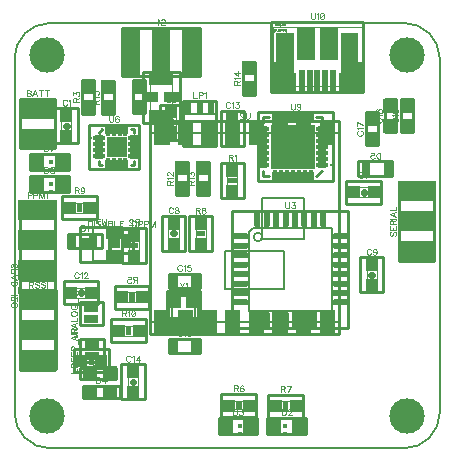
<source format=gtl>
G04 DipTrace 2.3.1.0*
%INTop Layer.gbr*%
%MOIN*%
%ADD10C,0.0098*%
%ADD11C,0.0055*%
%ADD12C,0.003*%
%ADD18C,0.006*%
%ADD19R,0.1181X0.063*%
%ADD20C,0.008*%
%ADD21R,0.05X0.025*%
%ADD22C,0.002*%
%ADD23C,0.004*%
%ADD24C,0.022*%
%ADD25R,0.0394X0.0433*%
%ADD26R,0.0433X0.0394*%
%ADD27R,0.0315X0.0472*%
%ADD28R,0.0472X0.0472*%
%ADD29R,0.025X0.05*%
%ADD30R,0.0217X0.0472*%
%ADD31R,0.06X0.16*%
%ADD32R,0.05X0.022*%
%ADD33R,0.022X0.05*%
%ADD34C,0.001*%
%ADD35R,0.071X0.041*%
%ADD36R,0.049X0.024*%
%ADD37C,0.0118*%
%ADD38O,0.0335X0.0118*%
%ADD39O,0.0118X0.0335*%
%ADD40R,0.0591X0.0591*%
%ADD41R,0.0551X0.0394*%
%ADD42R,0.1378X0.1378*%
%ADD43R,0.0561X0.0984*%
%ADD44R,0.0157X0.0689*%
%ADD45C,0.005*%
%ADD47C,0.1181*%
%ADD51R,0.0236X0.0768*%
%ADD53R,0.064X0.1063*%
%ADD55R,0.1457X0.1457*%
%ADD59R,0.0669X0.0669*%
%ADD61O,0.0197X0.0413*%
%ADD63O,0.0413X0.0197*%
%ADD65R,0.0569X0.0319*%
%ADD67R,0.0789X0.0489*%
%ADD83R,0.0512X0.0472*%
%ADD85R,0.0472X0.0512*%
%ADD89R,0.126X0.0709*%
%ADD91C,0.0015*%
%FSLAX44Y44*%
G04*
G70*
G90*
G75*
G01*
%LNTopAssy*%
%LPD*%
X2426Y4402D2*
D20*
Y5032D1*
X3214Y4402D2*
G02X3096Y4323I-99J20D01*
G01*
Y5111D2*
G02X3214Y5032I20J-99D01*
G01*
X2544Y5111D2*
G03X2426Y5032I-20J-99D01*
G01*
Y4402D2*
G03X2544Y4323I99J20D01*
G01*
X3214Y5032D2*
Y4402D1*
X2426Y5113D2*
D10*
X3214D1*
Y4321D1*
X2426D1*
Y5113D1*
D21*
X2820Y4894D3*
Y4540D3*
X439Y11865D2*
D10*
X1621D1*
Y10235D1*
X439D1*
Y11865D1*
D19*
X1030Y11550D3*
Y10550D3*
X1820Y10835D2*
D23*
Y11115D1*
X2155Y10835D2*
Y11115D1*
X1978Y10975D2*
D24*
X2002D1*
G36*
X2175Y10645D2*
X1801D1*
Y10841D1*
X2175D1*
Y10645D1*
G37*
G36*
Y11105D2*
X1801D1*
Y11301D1*
X2175D1*
Y11105D1*
G37*
X1603Y11555D2*
D10*
X2377D1*
Y10395D1*
X1603D1*
Y11555D1*
D25*
X1990Y10640D3*
Y11309D3*
X5650Y11225D2*
D23*
Y10945D1*
X5315Y11225D2*
Y10945D1*
X5492Y11085D2*
D24*
X5468D1*
G36*
X5295Y11415D2*
X5669D1*
Y11219D1*
X5295D1*
Y11415D1*
G37*
G36*
Y10955D2*
X5669D1*
Y10759D1*
X5295D1*
Y10955D1*
G37*
X5093Y11665D2*
D10*
X5867D1*
Y10505D1*
X5093D1*
Y11665D1*
D25*
X5480Y11420D3*
Y10751D3*
X12035Y8590D2*
D23*
X11755D1*
X12035Y8925D2*
X11755D1*
X11895Y8748D2*
D24*
Y8772D1*
G36*
X12225Y8945D2*
X12029D1*
Y8571D1*
X12225D1*
Y8945D1*
G37*
G36*
X11765D2*
X11569D1*
Y8571D1*
X11765D1*
Y8945D1*
G37*
X11315Y9147D2*
D10*
X12475D1*
Y8373D1*
X11315D1*
Y9147D1*
D26*
X12230Y8760D3*
X11561D3*
X5390Y7245D2*
D23*
Y7525D1*
X5725Y7245D2*
Y7525D1*
X5548Y7385D2*
D24*
X5572D1*
G36*
X5745Y7055D2*
X5371D1*
Y7251D1*
X5745D1*
Y7055D1*
G37*
G36*
Y7515D2*
X5371D1*
Y7711D1*
X5745D1*
Y7515D1*
G37*
X5173Y7965D2*
D10*
X5947D1*
Y6805D1*
X5173D1*
Y7965D1*
D25*
X5560Y7050D3*
Y7719D3*
X12330Y6145D2*
D23*
Y5865D1*
X11995Y6145D2*
Y5865D1*
X12172Y6005D2*
D24*
X12148D1*
G36*
X11975Y6335D2*
X12349D1*
Y6139D1*
X11975D1*
Y6335D1*
G37*
G36*
Y5875D2*
X12349D1*
Y5679D1*
X11975D1*
Y5875D1*
G37*
X11773Y6585D2*
D10*
X12547D1*
Y5425D1*
X11773D1*
Y6585D1*
D25*
X12160Y6340D3*
Y5671D3*
X2615Y5240D2*
D23*
X2335D1*
X2615Y5575D2*
X2335D1*
X2475Y5398D2*
D24*
Y5422D1*
G36*
X2805Y5595D2*
X2609D1*
Y5221D1*
X2805D1*
Y5595D1*
G37*
G36*
X2345D2*
X2149D1*
Y5221D1*
X2345D1*
Y5595D1*
G37*
X1895Y5797D2*
D10*
X3055D1*
Y5023D1*
X1895D1*
Y5797D1*
D26*
X2810Y5410D3*
X2141D3*
X7350Y10755D2*
D23*
Y11035D1*
X7685Y10755D2*
Y11035D1*
X7508Y10895D2*
D24*
X7532D1*
G36*
X7705Y10565D2*
X7331D1*
Y10761D1*
X7705D1*
Y10565D1*
G37*
G36*
Y11025D2*
X7331D1*
Y11221D1*
X7705D1*
Y11025D1*
G37*
X7133Y11475D2*
D10*
X7907D1*
Y10315D1*
X7133D1*
Y11475D1*
D25*
X7520Y10560D3*
Y11229D3*
X4040Y2305D2*
D23*
Y2585D1*
X4375Y2305D2*
Y2585D1*
X4198Y2445D2*
D24*
X4222D1*
G36*
X4395Y2115D2*
X4021D1*
Y2311D1*
X4395D1*
Y2115D1*
G37*
G36*
Y2575D2*
X4021D1*
Y2771D1*
X4395D1*
Y2575D1*
G37*
X3823Y3025D2*
D10*
X4597D1*
Y1865D1*
X3823D1*
Y3025D1*
D25*
X4210Y2110D3*
Y2779D3*
X5796Y6046D2*
D18*
X6032D1*
X5796Y5574D2*
X6032D1*
X5403Y6046D2*
D10*
X6426D1*
Y5574D1*
X5403D1*
Y6046D1*
D27*
X5560Y5810D3*
X6269D3*
X6034Y3394D2*
D18*
X5798D1*
X6034Y3866D2*
X5798D1*
X5404D2*
D10*
X6427D1*
Y3394D1*
X5404D1*
Y3866D1*
D27*
X6270Y3630D3*
X5561D3*
X11963Y11427D2*
D10*
X12357D1*
Y10324D1*
X11963D1*
Y11427D1*
D25*
X12160Y11210D3*
Y10541D3*
X12593Y11857D2*
D10*
X12987D1*
Y10754D1*
X12593D1*
Y11857D1*
D25*
X12790Y11640D3*
Y10971D3*
X13143Y11857D2*
D10*
X13537D1*
Y10754D1*
X13143D1*
Y11857D1*
D25*
X13340Y11640D3*
Y10971D3*
X3161Y6952D2*
D10*
Y7328D1*
X2654Y6904D2*
D18*
X2418D1*
X2654Y7376D2*
X2418D1*
X2024D2*
D10*
X3161D1*
Y6904D1*
X2024D1*
Y7376D1*
D27*
X2890Y7140D3*
X2181D3*
X9156Y724D2*
D23*
X9511D1*
X9156Y1216D2*
X9520D1*
G36*
X9333Y704D2*
X9215D1*
Y763D1*
X9333D1*
Y704D1*
G37*
G36*
Y1177D2*
X9215D1*
Y1236D1*
X9333D1*
Y1177D1*
G37*
G36*
Y911D2*
X9215D1*
Y1029D1*
X9333D1*
Y911D1*
G37*
G36*
X9156Y704D2*
X8920D1*
Y1236D1*
X9156D1*
Y704D1*
G37*
G36*
X9747D2*
X9511D1*
Y1236D1*
X9747D1*
Y704D1*
G37*
X8684Y1236D2*
D10*
X9983D1*
Y704D1*
X8684D1*
Y1236D1*
D28*
X8920Y970D3*
X9747D3*
X7884Y1216D2*
D23*
X7529D1*
X7884Y724D2*
X7520D1*
G36*
X7707Y1236D2*
X7825D1*
Y1177D1*
X7707D1*
Y1236D1*
G37*
G36*
Y763D2*
X7825D1*
Y704D1*
X7707D1*
Y763D1*
G37*
G36*
Y1029D2*
X7825D1*
Y911D1*
X7707D1*
Y1029D1*
G37*
G36*
X7884Y1236D2*
X8120D1*
Y704D1*
X7884D1*
Y1236D1*
G37*
G36*
X7293D2*
X7529D1*
Y704D1*
X7293D1*
Y1236D1*
G37*
X7057D2*
D10*
X8356D1*
Y704D1*
X7057D1*
Y1236D1*
D28*
X8120Y970D3*
X7293D3*
X3765Y2267D2*
D10*
Y1953D1*
X2544Y2307D2*
X3765D1*
Y1913D1*
X2544D1*
Y2307D1*
D26*
X3430Y2110D3*
X2761D3*
X2425Y2563D2*
D10*
Y2877D1*
Y2917D2*
X3646D1*
Y2523D1*
X2425D1*
Y2917D1*
D26*
X2760Y2720D3*
X3429D3*
X1594Y10016D2*
D23*
X1239D1*
X1594Y9524D2*
X1230D1*
G36*
X1417Y10036D2*
X1535D1*
Y9977D1*
X1417D1*
Y10036D1*
G37*
G36*
Y9563D2*
X1535D1*
Y9504D1*
X1417D1*
Y9563D1*
G37*
G36*
Y9829D2*
X1535D1*
Y9711D1*
X1417D1*
Y9829D1*
G37*
G36*
X1594Y10036D2*
X1830D1*
Y9504D1*
X1594D1*
Y10036D1*
G37*
G36*
X1003D2*
X1239D1*
Y9504D1*
X1003D1*
Y10036D1*
G37*
X767D2*
D10*
X2066D1*
Y9504D1*
X767D1*
Y10036D1*
D28*
X1830Y9770D3*
X1003D3*
X1594Y9286D2*
D23*
X1239D1*
X1594Y8794D2*
X1230D1*
G36*
X1417Y9306D2*
X1535D1*
Y9247D1*
X1417D1*
Y9306D1*
G37*
G36*
Y8833D2*
X1535D1*
Y8774D1*
X1417D1*
Y8833D1*
G37*
G36*
Y9099D2*
X1535D1*
Y8981D1*
X1417D1*
Y9099D1*
G37*
G36*
X1594Y9306D2*
X1830D1*
Y8774D1*
X1594D1*
Y9306D1*
G37*
G36*
X1003D2*
X1239D1*
Y8774D1*
X1003D1*
Y9306D1*
G37*
X767D2*
D10*
X2066D1*
Y8774D1*
X767D1*
Y9306D1*
D28*
X1830Y9040D3*
X1003D3*
X3508Y7524D2*
D20*
X4138D1*
X3508Y6736D2*
G02X3429Y6854I20J99D01*
G01*
X4217D2*
G02X4138Y6736I-99J-20D01*
G01*
X4217Y7406D2*
G03X4138Y7524I-99J20D01*
G01*
X3508D2*
G03X3429Y7406I20J-99D01*
G01*
X4138Y6736D2*
X3508D1*
X3427Y7524D2*
D10*
X4219D1*
Y6736D1*
X3427D1*
Y7524D1*
D29*
X4000Y7130D3*
X3646D3*
X2436Y3168D2*
D20*
Y3798D1*
X3224Y3168D2*
G02X3106Y3089I-99J20D01*
G01*
Y3877D2*
G02X3224Y3798I20J-99D01*
G01*
X2554Y3877D2*
G03X2436Y3798I-20J-99D01*
G01*
Y3168D2*
G03X2554Y3089I99J20D01*
G01*
X3224Y3798D2*
Y3168D1*
X2436Y3879D2*
D10*
X3224D1*
Y3087D1*
X2436D1*
Y3879D1*
D21*
X2830Y3660D3*
Y3306D3*
X5866Y10889D2*
D20*
Y11227D1*
X5875Y11373D2*
D18*
X6977D1*
X6986Y11227D2*
D20*
Y10889D1*
X6977Y10743D2*
D18*
X5875D1*
X6532Y10739D2*
D20*
X6320D1*
X5875Y10743D2*
D18*
Y11373D1*
X6977Y10743D2*
Y11373D1*
G36*
X6898Y11649D2*
X6702D1*
Y11393D1*
X6898D1*
Y11649D1*
G37*
G36*
X6524D2*
X6328D1*
Y11393D1*
X6524D1*
Y11649D1*
G37*
G36*
X6150D2*
X5954D1*
Y11393D1*
X6150D1*
Y11649D1*
G37*
G36*
Y10724D2*
X5954D1*
Y10468D1*
X6150D1*
Y10724D1*
G37*
G36*
X6898D2*
X6702D1*
Y10468D1*
X6898D1*
Y10724D1*
G37*
X5866Y11806D2*
D10*
X6986D1*
Y10310D1*
X5866D1*
Y11806D1*
D30*
X6800Y11570D3*
X6426D3*
X6052D3*
Y10546D3*
X6800D3*
X429Y8475D2*
D10*
X1611D1*
Y5845D1*
X429D1*
Y8475D1*
D19*
X1020Y8160D3*
Y7160D3*
Y6160D3*
X7350Y9005D2*
D23*
Y9285D1*
X7685Y9005D2*
Y9285D1*
G36*
X7705Y8815D2*
X7331D1*
Y9011D1*
X7705D1*
Y8815D1*
G37*
G36*
Y9275D2*
X7331D1*
Y9471D1*
X7705D1*
Y9275D1*
G37*
G36*
X7670Y9055D2*
X7370D1*
Y9235D1*
X7670D1*
Y9055D1*
G37*
X7133Y9725D2*
D10*
X7907D1*
Y8565D1*
X7133D1*
Y9725D1*
D25*
X7520Y8810D3*
Y9479D3*
X2513Y12487D2*
D10*
X2907D1*
Y11384D1*
X2513D1*
Y12487D1*
D25*
X2710Y12270D3*
Y11601D3*
X7875Y1470D2*
D23*
X7595D1*
X7875Y1805D2*
X7595D1*
G36*
X8065Y1825D2*
X7869D1*
Y1451D1*
X8065D1*
Y1825D1*
G37*
G36*
X7605D2*
X7409D1*
Y1451D1*
X7605D1*
Y1825D1*
G37*
G36*
X7825Y1790D2*
X7645D1*
Y1490D1*
X7825D1*
Y1790D1*
G37*
X7155Y2027D2*
D10*
X8315D1*
Y1253D1*
X7155D1*
Y2027D1*
D26*
X8070Y1640D3*
X7401D3*
X9155Y1790D2*
D23*
X9435D1*
X9155Y1455D2*
X9435D1*
G36*
X8965Y1435D2*
X9161D1*
Y1809D1*
X8965D1*
Y1435D1*
G37*
G36*
X9425D2*
X9621D1*
Y1809D1*
X9425D1*
Y1435D1*
G37*
G36*
X9205Y1470D2*
X9385D1*
Y1770D1*
X9205D1*
Y1470D1*
G37*
X8715Y2007D2*
D10*
X9875D1*
Y1233D1*
X8715D1*
Y2007D1*
D26*
X8960Y1620D3*
X9629D3*
X6630Y7515D2*
D23*
Y7235D1*
X6295Y7515D2*
Y7235D1*
G36*
X6275Y7705D2*
X6649D1*
Y7509D1*
X6275D1*
Y7705D1*
G37*
G36*
Y7245D2*
X6649D1*
Y7049D1*
X6275D1*
Y7245D1*
G37*
G36*
X6310Y7465D2*
X6610D1*
Y7285D1*
X6310D1*
Y7465D1*
G37*
X6073Y7955D2*
D10*
X6847D1*
Y6795D1*
X6073D1*
Y7955D1*
D25*
X6460Y7710D3*
Y7041D3*
X2285Y8410D2*
D23*
X2565D1*
X2285Y8075D2*
X2565D1*
G36*
X2095Y8055D2*
X2291D1*
Y8429D1*
X2095D1*
Y8055D1*
G37*
G36*
X2555D2*
X2751D1*
Y8429D1*
X2555D1*
Y8055D1*
G37*
G36*
X2335Y8090D2*
X2515D1*
Y8390D1*
X2335D1*
Y8090D1*
G37*
X1845Y8627D2*
D10*
X3005D1*
Y7853D1*
X1845D1*
Y8627D1*
D26*
X2090Y8240D3*
X2759D3*
X3925Y4310D2*
D23*
X4205D1*
X3925Y3975D2*
X4205D1*
G36*
X3735Y3955D2*
X3931D1*
Y4329D1*
X3735D1*
Y3955D1*
G37*
G36*
X4195D2*
X4391D1*
Y4329D1*
X4195D1*
Y3955D1*
G37*
G36*
X3975Y3990D2*
X4155D1*
Y4290D1*
X3975D1*
Y3990D1*
G37*
X3485Y4527D2*
D10*
X4645D1*
Y3753D1*
X3485D1*
Y4527D1*
D26*
X3730Y4140D3*
X4399D3*
X4213Y12496D2*
D10*
X4607D1*
Y11393D1*
X4213D1*
Y12496D1*
D25*
X4410Y11610D3*
Y12279D3*
X5633Y9776D2*
D10*
X6027D1*
Y8673D1*
X5633D1*
Y9776D1*
D25*
X5830Y8890D3*
Y9559D3*
X6343Y9776D2*
D10*
X6737D1*
Y8673D1*
X6343D1*
Y9776D1*
D25*
X6540Y8890D3*
Y9559D3*
X7873Y13116D2*
D10*
X8267D1*
Y12013D1*
X7873D1*
Y13116D1*
D25*
X8070Y12230D3*
Y12899D3*
X3163Y12476D2*
D10*
X3557D1*
Y11373D1*
X3163D1*
Y12476D1*
D25*
X3360Y11590D3*
Y12259D3*
X449Y5485D2*
D10*
X1631D1*
Y2855D1*
X449D1*
Y5485D1*
D19*
X1040Y3170D3*
Y4170D3*
Y5170D3*
D31*
X6150Y13430D3*
X4150D3*
X13069Y9105D2*
D10*
X14251D1*
Y6475D1*
X13069D1*
Y9105D1*
D19*
X13660Y6790D3*
Y7790D3*
Y8790D3*
X10830Y7568D2*
D18*
Y4808D1*
X8070D1*
Y7428D1*
X8210Y7568D2*
X10830D1*
X8210D2*
X8070Y7428D1*
X8229Y7268D2*
G02X8229Y7268I141J0D01*
G01*
G36*
X7660Y7200D2*
X8050D1*
Y7380D1*
X7660D1*
Y7200D1*
G37*
G36*
Y6885D2*
X8050D1*
Y7065D1*
X7660D1*
Y6885D1*
G37*
G36*
Y6570D2*
X8050D1*
Y6750D1*
X7660D1*
Y6570D1*
G37*
G36*
Y6255D2*
X8050D1*
Y6435D1*
X7660D1*
Y6255D1*
G37*
G36*
Y5940D2*
X8050D1*
Y6121D1*
X7660D1*
Y5940D1*
G37*
G36*
Y5625D2*
X8050D1*
Y5805D1*
X7660D1*
Y5625D1*
G37*
G36*
Y5310D2*
X8050D1*
Y5490D1*
X7660D1*
Y5310D1*
G37*
G36*
Y4995D2*
X8050D1*
Y5175D1*
X7660D1*
Y4995D1*
G37*
G36*
X8258Y4398D2*
X8438D1*
Y4787D1*
X8258D1*
Y4398D1*
G37*
G36*
X8573D2*
X8753D1*
Y4787D1*
X8573D1*
Y4398D1*
G37*
G36*
X8887D2*
X9068D1*
Y4787D1*
X8887D1*
Y4398D1*
G37*
G36*
X9202D2*
X9383D1*
Y4787D1*
X9202D1*
Y4398D1*
G37*
G36*
X9517D2*
X9698D1*
Y4787D1*
X9517D1*
Y4398D1*
G37*
G36*
X9832D2*
X10013D1*
Y4787D1*
X9832D1*
Y4398D1*
G37*
G36*
X10147D2*
X10327D1*
Y4787D1*
X10147D1*
Y4398D1*
G37*
G36*
X10462D2*
X10642D1*
Y4787D1*
X10462D1*
Y4398D1*
G37*
G36*
X10850Y4995D2*
X11240D1*
Y5175D1*
X10850D1*
Y4995D1*
G37*
G36*
Y5310D2*
X11240D1*
Y5490D1*
X10850D1*
Y5310D1*
G37*
G36*
Y5625D2*
X11240D1*
Y5805D1*
X10850D1*
Y5625D1*
G37*
G36*
Y5940D2*
X11240D1*
Y6121D1*
X10850D1*
Y5940D1*
G37*
G36*
Y6255D2*
X11240D1*
Y6435D1*
X10850D1*
Y6255D1*
G37*
G36*
Y6570D2*
X11240D1*
Y6750D1*
X10850D1*
Y6570D1*
G37*
G36*
Y6885D2*
X11240D1*
Y7065D1*
X10850D1*
Y6885D1*
G37*
G36*
Y7200D2*
X11240D1*
Y7380D1*
X10850D1*
Y7200D1*
G37*
G36*
X10462Y7588D2*
X10642D1*
Y7977D1*
X10462D1*
Y7588D1*
G37*
G36*
X10147D2*
X10327D1*
Y7977D1*
X10147D1*
Y7588D1*
G37*
G36*
X9832D2*
X10013D1*
Y7977D1*
X9832D1*
Y7588D1*
G37*
G36*
X9517D2*
X9698D1*
Y7977D1*
X9517D1*
Y7588D1*
G37*
G36*
X9202D2*
X9383D1*
Y7977D1*
X9202D1*
Y7588D1*
G37*
G36*
X8887D2*
X9068D1*
Y7977D1*
X8887D1*
Y7588D1*
G37*
G36*
X8573D2*
X8753D1*
Y7977D1*
X8573D1*
Y7588D1*
G37*
G36*
X8258D2*
X8438D1*
Y7977D1*
X8258D1*
Y7588D1*
G37*
X7510Y8128D2*
D10*
X11390D1*
Y4248D1*
X7510D1*
Y8128D1*
D32*
X7760Y7290D3*
Y6975D3*
Y6660D3*
Y6345D3*
Y6030D3*
Y5715D3*
Y5400D3*
Y5085D3*
D33*
X8348Y4498D3*
X8663D3*
X8978D3*
X9293D3*
X9607D3*
X9922D3*
X10237D3*
X10552D3*
D32*
X11140Y5085D3*
Y5400D3*
Y5715D3*
Y6030D3*
Y6345D3*
Y6660D3*
Y6975D3*
Y7290D3*
D33*
X10552Y7878D3*
X10237D3*
X9922D3*
X9607D3*
X9293D3*
X8978D3*
X8663D3*
X8348D3*
X4133Y10855D2*
D10*
X4251D1*
Y10737D1*
X4133Y9674D2*
X4251D1*
Y9792D2*
Y9674D1*
X3070D2*
X3188D1*
X3070Y9792D2*
Y9674D1*
D37*
X2814Y10560D3*
X3188Y10855D2*
D10*
X3070Y10737D1*
X2755Y11003D2*
X4399D1*
Y9527D1*
X2755D1*
Y11003D1*
D38*
X3090Y10560D3*
Y10363D3*
Y10166D3*
Y9969D3*
D39*
X3366Y9694D3*
X3562D3*
X3759D3*
X3956D3*
D38*
X4232Y9969D3*
Y10166D3*
Y10363D3*
Y10560D3*
D39*
X3956Y10836D3*
X3759D3*
X3562D3*
X3366D3*
D40*
X3661Y10265D3*
X8748Y9286D2*
D10*
X8551D1*
Y9483D1*
X8748Y11255D2*
X8551D1*
Y11058D2*
Y11255D1*
X10520D2*
X10323D1*
X10520Y11058D2*
Y11255D1*
D37*
X10815Y9680D3*
X10323Y9286D2*
D10*
X10520Y9483D1*
X8384Y11422D2*
X10873D1*
Y9119D1*
X8384D1*
Y11422D1*
D38*
X10520Y9680D3*
Y9877D3*
Y10074D3*
Y10271D3*
Y10467D3*
Y10664D3*
Y10861D3*
D39*
X10126Y11255D3*
X9929D3*
X9733D3*
X9536D3*
X9339D3*
X9142D3*
X8945D3*
D38*
X8551Y10861D3*
Y10664D3*
Y10467D3*
Y10271D3*
Y10074D3*
Y9877D3*
Y9680D3*
D39*
X8945Y9286D3*
X9142D3*
X9339D3*
X9536D3*
X9733D3*
X9929D3*
X10126D3*
D42*
X9536Y10271D3*
X11831Y12294D2*
D23*
X8878D1*
Y14262D1*
X11831D1*
Y12294D1*
X8819Y14443D2*
D10*
X11890D1*
Y12113D1*
X8819D1*
Y14443D1*
G36*
Y12113D2*
Y12687D1*
X9607D1*
Y12113D1*
X8819D1*
G37*
G36*
X9538Y12786D2*
X8819D1*
Y13061D1*
X9026D1*
Y14026D1*
X9538D1*
Y12786D1*
G37*
G36*
X11683Y13061D2*
X11890D1*
Y12786D1*
X11172D1*
Y14026D1*
X11683D1*
Y13061D1*
G37*
D43*
X10745Y13703D3*
X9965D3*
D44*
X10355Y12481D3*
X10099D3*
X10611D3*
X9843D3*
X10867D3*
G36*
X11890Y12687D2*
Y12113D1*
X11103D1*
Y12687D1*
X11890D1*
G37*
X6368Y5377D2*
D45*
X5423D1*
Y4117D1*
X6368D1*
Y5377D1*
X6164Y5298D2*
G02X6289Y5173I0J-125D01*
G01*
Y4321D1*
G02X6164Y4196I-125J0D01*
G01*
X5626D1*
G02X5501Y4321I0J125D01*
G01*
Y5173D1*
G02X5626Y5298I125J0D01*
G01*
X6164D1*
X5344Y5456D2*
D10*
X6446D1*
Y4038D1*
X5344D1*
Y5456D1*
G36*
X5974D2*
X6446D1*
Y4904D1*
X5974D1*
Y5456D1*
G37*
G36*
X5344D2*
X5816D1*
Y4904D1*
X5344D1*
Y5456D1*
G37*
G36*
Y4589D2*
X5816D1*
Y4038D1*
X5344D1*
Y4589D1*
G37*
G36*
X5974D2*
X6446D1*
Y4038D1*
X5974D1*
Y4589D1*
G37*
X2334Y3992D2*
D12*
X2133Y3915D1*
X2334Y3839D1*
X2267Y3867D2*
Y3963D1*
X2133Y4188D2*
X2334D1*
X2133Y4054D1*
X2334D1*
Y4403D2*
X2133Y4326D1*
X2334Y4249D1*
X2267Y4278D2*
Y4374D1*
X2133Y4464D2*
X2334D1*
Y4579D1*
X2133Y4698D2*
X2143Y4679D1*
X2162Y4660D1*
X2181Y4650D1*
X2210Y4641D1*
X2258D1*
X2286Y4650D1*
X2306Y4660D1*
X2325Y4679D1*
X2334Y4698D1*
Y4737D1*
X2325Y4756D1*
X2306Y4775D1*
X2286Y4784D1*
X2258Y4794D1*
X2210D1*
X2181Y4784D1*
X2162Y4775D1*
X2143Y4756D1*
X2133Y4737D1*
Y4698D1*
X2181Y4999D2*
X2162Y4989D1*
X2143Y4970D1*
X2133Y4951D1*
Y4913D1*
X2143Y4894D1*
X2162Y4875D1*
X2181Y4865D1*
X2210Y4856D1*
X2258D1*
X2286Y4865D1*
X2306Y4875D1*
X2325Y4894D1*
X2334Y4913D1*
Y4951D1*
X2325Y4970D1*
X2306Y4989D1*
X2286Y4999D1*
X2258D1*
Y4951D1*
X2368Y5061D2*
Y5242D1*
X2133Y5400D2*
X2286D1*
X2315Y5390D1*
X2325Y5381D1*
X2334Y5362D1*
Y5342D1*
X2325Y5323D1*
X2315Y5314D1*
X2286Y5304D1*
X2267D1*
X2239Y5462D2*
Y5548D1*
X2229Y5576D1*
X2219Y5586D1*
X2200Y5596D1*
X2172D1*
X2153Y5586D1*
X2143Y5576D1*
X2133Y5548D1*
Y5462D1*
X2334D1*
X660Y12158D2*
Y11957D1*
X746D1*
X775Y11967D1*
X784Y11976D1*
X794Y11995D1*
Y12024D1*
X784Y12043D1*
X775Y12053D1*
X746Y12062D1*
X775Y12072D1*
X784Y12081D1*
X794Y12100D1*
Y12120D1*
X784Y12139D1*
X775Y12148D1*
X746Y12158D1*
X660D1*
Y12062D2*
X746D1*
X1009Y11957D2*
X932Y12158D1*
X856Y11957D1*
X884Y12024D2*
X980D1*
X1137Y12158D2*
Y11957D1*
X1070Y12158D2*
X1204D1*
X1333D2*
Y11957D1*
X1266Y12158D2*
X1400D1*
X2007Y11800D2*
X1997Y11819D1*
X1978Y11838D1*
X1959Y11847D1*
X1921D1*
X1902Y11838D1*
X1883Y11819D1*
X1873Y11800D1*
X1863Y11771D1*
Y11723D1*
X1873Y11694D1*
X1883Y11675D1*
X1902Y11656D1*
X1921Y11646D1*
X1959D1*
X1978Y11656D1*
X1997Y11675D1*
X2007Y11694D1*
X2069Y11809D2*
X2088Y11819D1*
X2117Y11847D1*
Y11646D1*
X5459Y11910D2*
X5449Y11929D1*
X5430Y11949D1*
X5411Y11958D1*
X5373D1*
X5354Y11949D1*
X5334Y11929D1*
X5325Y11910D1*
X5315Y11882D1*
Y11834D1*
X5325Y11805D1*
X5334Y11786D1*
X5354Y11767D1*
X5373Y11757D1*
X5411D1*
X5430Y11767D1*
X5449Y11786D1*
X5459Y11805D1*
X5635Y11929D2*
X5626Y11948D1*
X5597Y11958D1*
X5578D1*
X5549Y11948D1*
X5530Y11920D1*
X5520Y11872D1*
Y11824D1*
X5530Y11786D1*
X5549Y11767D1*
X5578Y11757D1*
X5587D1*
X5616Y11767D1*
X5635Y11786D1*
X5645Y11815D1*
Y11824D1*
X5635Y11853D1*
X5616Y11872D1*
X5587Y11881D1*
X5578D1*
X5549Y11872D1*
X5530Y11853D1*
X5520Y11824D1*
X11869Y9392D2*
X11860Y9411D1*
X11840Y9430D1*
X11821Y9440D1*
X11783D1*
X11764Y9430D1*
X11745Y9411D1*
X11735Y9392D1*
X11726Y9363D1*
Y9315D1*
X11735Y9287D1*
X11745Y9268D1*
X11764Y9249D1*
X11783Y9239D1*
X11821D1*
X11840Y9249D1*
X11860Y9268D1*
X11869Y9287D1*
X11969Y9239D2*
X12065Y9440D1*
X11931D1*
X5534Y8210D2*
X5524Y8229D1*
X5505Y8248D1*
X5486Y8257D1*
X5448D1*
X5429Y8248D1*
X5410Y8229D1*
X5400Y8210D1*
X5391Y8181D1*
Y8133D1*
X5400Y8104D1*
X5410Y8085D1*
X5429Y8066D1*
X5448Y8056D1*
X5486D1*
X5505Y8066D1*
X5524Y8085D1*
X5534Y8104D1*
X5643Y8257D2*
X5615Y8248D1*
X5605Y8229D1*
Y8209D1*
X5615Y8190D1*
X5634Y8181D1*
X5672Y8171D1*
X5701Y8162D1*
X5720Y8142D1*
X5729Y8123D1*
Y8095D1*
X5720Y8076D1*
X5710Y8066D1*
X5682Y8056D1*
X5643D1*
X5615Y8066D1*
X5605Y8076D1*
X5596Y8095D1*
Y8123D1*
X5605Y8142D1*
X5624Y8162D1*
X5653Y8171D1*
X5691Y8181D1*
X5710Y8190D1*
X5720Y8209D1*
Y8229D1*
X5710Y8248D1*
X5682Y8257D1*
X5643D1*
X12139Y6830D2*
X12129Y6849D1*
X12110Y6869D1*
X12091Y6878D1*
X12053D1*
X12033Y6869D1*
X12014Y6849D1*
X12005Y6830D1*
X11995Y6802D1*
Y6754D1*
X12005Y6725D1*
X12014Y6706D1*
X12033Y6687D1*
X12053Y6677D1*
X12091D1*
X12110Y6687D1*
X12129Y6706D1*
X12139Y6725D1*
X12325Y6811D2*
X12315Y6782D1*
X12296Y6763D1*
X12267Y6754D1*
X12258D1*
X12229Y6763D1*
X12210Y6782D1*
X12200Y6811D1*
Y6821D1*
X12210Y6849D1*
X12229Y6868D1*
X12258Y6878D1*
X12267D1*
X12296Y6868D1*
X12315Y6849D1*
X12325Y6811D1*
Y6763D1*
X12315Y6715D1*
X12296Y6687D1*
X12267Y6677D1*
X12248D1*
X12220Y6687D1*
X12210Y6706D1*
X2394Y6042D2*
X2385Y6061D1*
X2366Y6080D1*
X2347Y6090D1*
X2308D1*
X2289Y6080D1*
X2270Y6061D1*
X2260Y6042D1*
X2251Y6013D1*
Y5965D1*
X2260Y5937D1*
X2270Y5918D1*
X2289Y5899D1*
X2308Y5889D1*
X2347D1*
X2366Y5899D1*
X2385Y5918D1*
X2394Y5937D1*
X2456Y6051D2*
X2475Y6061D1*
X2504Y6090D1*
Y5889D1*
X2576Y6042D2*
Y6051D1*
X2585Y6071D1*
X2595Y6080D1*
X2614Y6090D1*
X2652D1*
X2671Y6080D1*
X2681Y6071D1*
X2690Y6051D1*
Y6032D1*
X2681Y6013D1*
X2662Y5985D1*
X2566Y5889D1*
X2700D1*
X7439Y11720D2*
X7430Y11739D1*
X7410Y11758D1*
X7391Y11767D1*
X7353D1*
X7334Y11758D1*
X7315Y11739D1*
X7305Y11720D1*
X7296Y11691D1*
Y11643D1*
X7305Y11614D1*
X7315Y11595D1*
X7334Y11576D1*
X7353Y11566D1*
X7391D1*
X7410Y11576D1*
X7430Y11595D1*
X7439Y11614D1*
X7501Y11729D2*
X7520Y11739D1*
X7549Y11767D1*
Y11566D1*
X7630Y11767D2*
X7735D1*
X7677Y11691D1*
X7706D1*
X7725Y11681D1*
X7735Y11672D1*
X7744Y11643D1*
Y11624D1*
X7735Y11595D1*
X7716Y11576D1*
X7687Y11566D1*
X7658D1*
X7630Y11576D1*
X7620Y11586D1*
X7610Y11605D1*
X4124Y3270D2*
X4115Y3289D1*
X4096Y3308D1*
X4077Y3317D1*
X4038D1*
X4019Y3308D1*
X4000Y3289D1*
X3990Y3270D1*
X3981Y3241D1*
Y3193D1*
X3990Y3164D1*
X4000Y3145D1*
X4019Y3126D1*
X4038Y3116D1*
X4077D1*
X4096Y3126D1*
X4115Y3145D1*
X4124Y3164D1*
X4186Y3279D2*
X4205Y3289D1*
X4234Y3317D1*
Y3116D1*
X4391D2*
Y3317D1*
X4296Y3183D1*
X4439D1*
X5833Y6291D2*
X5824Y6310D1*
X5805Y6330D1*
X5786Y6339D1*
X5747D1*
X5728Y6330D1*
X5709Y6310D1*
X5699Y6291D1*
X5690Y6263D1*
Y6215D1*
X5699Y6186D1*
X5709Y6167D1*
X5728Y6148D1*
X5747Y6138D1*
X5786D1*
X5805Y6148D1*
X5824Y6167D1*
X5833Y6186D1*
X5895Y6301D2*
X5914Y6310D1*
X5943Y6339D1*
Y6138D1*
X6120Y6339D2*
X6024D1*
X6015Y6253D1*
X6024Y6262D1*
X6053Y6272D1*
X6081D1*
X6110Y6262D1*
X6129Y6243D1*
X6139Y6215D1*
Y6196D1*
X6129Y6167D1*
X6110Y6148D1*
X6081Y6138D1*
X6053D1*
X6024Y6148D1*
X6015Y6157D1*
X6005Y6176D1*
X5840Y4111D2*
X5830Y4130D1*
X5811Y4150D1*
X5792Y4159D1*
X5754D1*
X5734Y4150D1*
X5715Y4130D1*
X5706Y4111D1*
X5696Y4083D1*
Y4035D1*
X5706Y4006D1*
X5715Y3987D1*
X5734Y3968D1*
X5754Y3958D1*
X5792D1*
X5811Y3968D1*
X5830Y3987D1*
X5840Y4006D1*
X5901Y4121D2*
X5921Y4130D1*
X5949Y4159D1*
Y3958D1*
X6126Y4130D2*
X6116Y4149D1*
X6088Y4159D1*
X6069D1*
X6040Y4149D1*
X6021Y4121D1*
X6011Y4073D1*
Y4025D1*
X6021Y3987D1*
X6040Y3968D1*
X6069Y3958D1*
X6078D1*
X6107Y3968D1*
X6126Y3987D1*
X6135Y4016D1*
Y4025D1*
X6126Y4054D1*
X6107Y4073D1*
X6078Y4082D1*
X6069D1*
X6040Y4073D1*
X6021Y4054D1*
X6011Y4025D1*
X11718Y10794D2*
X11699Y10785D1*
X11680Y10766D1*
X11670Y10747D1*
Y10708D1*
X11680Y10689D1*
X11699Y10670D1*
X11718Y10660D1*
X11747Y10651D1*
X11795D1*
X11823Y10660D1*
X11842Y10670D1*
X11861Y10689D1*
X11871Y10708D1*
Y10747D1*
X11861Y10766D1*
X11842Y10785D1*
X11823Y10794D1*
X11709Y10856D2*
X11699Y10875D1*
X11670Y10904D1*
X11871D1*
Y11004D2*
X11670Y11100D1*
Y10966D1*
X12348Y11224D2*
X12329Y11215D1*
X12310Y11196D1*
X12300Y11177D1*
Y11138D1*
X12310Y11119D1*
X12329Y11100D1*
X12348Y11091D1*
X12377Y11081D1*
X12425D1*
X12453Y11091D1*
X12472Y11100D1*
X12491Y11119D1*
X12501Y11138D1*
Y11177D1*
X12491Y11196D1*
X12472Y11215D1*
X12453Y11224D1*
X12339Y11286D2*
X12329Y11305D1*
X12300Y11334D1*
X12501D1*
X12300Y11444D2*
X12310Y11415D1*
X12329Y11405D1*
X12348D1*
X12367Y11415D1*
X12377Y11434D1*
X12386Y11472D1*
X12396Y11501D1*
X12415Y11520D1*
X12434Y11530D1*
X12463D1*
X12482Y11520D1*
X12492Y11511D1*
X12501Y11482D1*
Y11444D1*
X12492Y11415D1*
X12482Y11405D1*
X12463Y11396D1*
X12434D1*
X12415Y11405D1*
X12396Y11425D1*
X12386Y11453D1*
X12377Y11491D1*
X12367Y11511D1*
X12348Y11520D1*
X12329D1*
X12310Y11511D1*
X12300Y11482D1*
Y11444D1*
X12898Y11229D2*
X12879Y11220D1*
X12860Y11200D1*
X12850Y11181D1*
Y11143D1*
X12860Y11124D1*
X12879Y11105D1*
X12898Y11095D1*
X12927Y11086D1*
X12975D1*
X13003Y11095D1*
X13022Y11105D1*
X13041Y11124D1*
X13051Y11143D1*
Y11181D1*
X13041Y11200D1*
X13022Y11220D1*
X13003Y11229D1*
X12889Y11291D2*
X12879Y11310D1*
X12850Y11339D1*
X13051D1*
X12917Y11525D2*
X12946Y11515D1*
X12965Y11496D1*
X12975Y11468D1*
Y11458D1*
X12965Y11429D1*
X12946Y11410D1*
X12917Y11401D1*
X12908D1*
X12879Y11410D1*
X12860Y11429D1*
X12850Y11458D1*
Y11468D1*
X12860Y11496D1*
X12879Y11515D1*
X12917Y11525D1*
X12965D1*
X13013Y11515D1*
X13042Y11496D1*
X13051Y11468D1*
Y11449D1*
X13042Y11420D1*
X13022Y11410D1*
X2470Y7669D2*
Y7468D1*
X2537D1*
X2566Y7478D1*
X2585Y7497D1*
X2595Y7516D1*
X2604Y7545D1*
Y7593D1*
X2595Y7621D1*
X2585Y7640D1*
X2566Y7660D1*
X2537Y7669D1*
X2470D1*
X2666Y7631D2*
X2685Y7640D1*
X2714Y7669D1*
Y7468D1*
X9169Y1529D2*
Y1328D1*
X9236D1*
X9264Y1337D1*
X9283Y1356D1*
X9293Y1376D1*
X9303Y1404D1*
Y1452D1*
X9293Y1481D1*
X9283Y1500D1*
X9264Y1519D1*
X9236Y1529D1*
X9169D1*
X9374Y1481D2*
Y1490D1*
X9383Y1509D1*
X9393Y1519D1*
X9412Y1528D1*
X9450D1*
X9469Y1519D1*
X9479Y1509D1*
X9489Y1490D1*
Y1471D1*
X9479Y1452D1*
X9460Y1423D1*
X9364Y1328D1*
X9498D1*
X7542Y1529D2*
Y1328D1*
X7609D1*
X7637Y1337D1*
X7657Y1356D1*
X7666Y1376D1*
X7676Y1404D1*
Y1452D1*
X7666Y1481D1*
X7657Y1500D1*
X7637Y1519D1*
X7609Y1529D1*
X7542D1*
X7757Y1528D2*
X7862D1*
X7804Y1452D1*
X7833D1*
X7852Y1442D1*
X7862Y1433D1*
X7871Y1404D1*
Y1385D1*
X7862Y1356D1*
X7843Y1337D1*
X7814Y1328D1*
X7785D1*
X7757Y1337D1*
X7747Y1347D1*
X7737Y1366D1*
X2985Y2600D2*
Y2399D1*
X3052D1*
X3081Y2409D1*
X3100Y2428D1*
X3109Y2447D1*
X3119Y2475D1*
Y2523D1*
X3109Y2552D1*
X3100Y2571D1*
X3081Y2590D1*
X3052Y2600D1*
X2985D1*
X3276Y2399D2*
Y2600D1*
X3181Y2466D1*
X3324D1*
X2876Y3210D2*
Y3009D1*
X2943D1*
X2971Y3019D1*
X2991Y3038D1*
X3000Y3057D1*
X3010Y3085D1*
Y3133D1*
X3000Y3162D1*
X2991Y3181D1*
X2971Y3200D1*
X2943Y3210D1*
X2876D1*
X3186Y3181D2*
X3177Y3200D1*
X3148Y3210D1*
X3129D1*
X3100Y3200D1*
X3081Y3171D1*
X3071Y3124D1*
Y3076D1*
X3081Y3038D1*
X3100Y3018D1*
X3129Y3009D1*
X3138D1*
X3167Y3018D1*
X3186Y3038D1*
X3196Y3066D1*
Y3076D1*
X3186Y3105D1*
X3167Y3124D1*
X3138Y3133D1*
X3129D1*
X3100Y3124D1*
X3081Y3105D1*
X3071Y3076D1*
X1252Y10329D2*
Y10128D1*
X1319D1*
X1347Y10137D1*
X1367Y10156D1*
X1376Y10176D1*
X1386Y10204D1*
Y10252D1*
X1376Y10281D1*
X1367Y10300D1*
X1347Y10319D1*
X1319Y10329D1*
X1252D1*
X1486Y10128D2*
X1581Y10328D1*
X1447D1*
X1252Y9599D2*
Y9398D1*
X1319D1*
X1348Y9407D1*
X1367Y9426D1*
X1376Y9446D1*
X1386Y9474D1*
Y9522D1*
X1376Y9551D1*
X1367Y9570D1*
X1348Y9589D1*
X1319Y9599D1*
X1252D1*
X1495Y9598D2*
X1467Y9589D1*
X1457Y9570D1*
Y9551D1*
X1467Y9532D1*
X1486Y9522D1*
X1524Y9512D1*
X1553Y9503D1*
X1572Y9484D1*
X1581Y9465D1*
Y9436D1*
X1572Y9417D1*
X1562Y9407D1*
X1534Y9398D1*
X1495D1*
X1467Y9407D1*
X1457Y9417D1*
X1448Y9436D1*
Y9465D1*
X1457Y9484D1*
X1476Y9503D1*
X1505Y9512D1*
X1543Y9522D1*
X1562Y9532D1*
X1572Y9551D1*
Y9570D1*
X1562Y9589D1*
X1534Y9598D1*
X1495D1*
X2718Y7817D2*
Y7616D1*
X2785D1*
X2814Y7625D1*
X2833Y7644D1*
X2842Y7664D1*
X2852Y7692D1*
Y7740D1*
X2842Y7769D1*
X2833Y7788D1*
X2814Y7807D1*
X2785Y7817D1*
X2718D1*
X2914D2*
Y7616D1*
X3109Y7788D2*
X3090Y7807D1*
X3062Y7817D1*
X3023D1*
X2995Y7807D1*
X2975Y7788D1*
Y7769D1*
X2985Y7750D1*
X2995Y7740D1*
X3014Y7731D1*
X3071Y7711D1*
X3090Y7702D1*
X3100Y7692D1*
X3109Y7673D1*
Y7644D1*
X3090Y7625D1*
X3062Y7616D1*
X3023D1*
X2995Y7625D1*
X2975Y7644D1*
X3324Y7616D2*
X3248Y7817D1*
X3171Y7616D1*
X3200Y7683D2*
X3295D1*
X3386Y7817D2*
Y7616D1*
X3472D1*
X3501Y7625D1*
X3510Y7635D1*
X3520Y7654D1*
Y7683D1*
X3510Y7702D1*
X3501Y7711D1*
X3472Y7721D1*
X3501Y7731D1*
X3510Y7740D1*
X3520Y7759D1*
Y7778D1*
X3510Y7797D1*
X3501Y7807D1*
X3472Y7817D1*
X3386D1*
Y7721D2*
X3472D1*
X3582Y7817D2*
Y7616D1*
X3696D1*
X3882Y7817D2*
X3758D1*
Y7616D1*
X3882D1*
X3758Y7721D2*
X3835D1*
X3944Y7582D2*
X4126D1*
X4188Y7817D2*
Y7616D1*
X4255D1*
X4283Y7625D1*
X4303Y7644D1*
X4312Y7664D1*
X4322Y7692D1*
Y7740D1*
X4312Y7769D1*
X4303Y7788D1*
X4283Y7807D1*
X4255Y7817D1*
X4188D1*
X4383Y7711D2*
X4470D1*
X4498Y7721D1*
X4508Y7731D1*
X4517Y7750D1*
Y7778D1*
X4508Y7797D1*
X4498Y7807D1*
X4470Y7817D1*
X4383D1*
Y7616D1*
X4579Y7711D2*
X4665D1*
X4694Y7721D1*
X4704Y7731D1*
X4713Y7750D1*
Y7778D1*
X4704Y7797D1*
X4694Y7807D1*
X4665Y7817D1*
X4579D1*
Y7616D1*
X4928D2*
Y7817D1*
X4851Y7616D1*
X4775Y7817D1*
Y7616D1*
X2143Y2745D2*
X2344D1*
Y2860D1*
X2143Y2922D2*
X2344D1*
Y3008D1*
X2335Y3037D1*
X2325Y3046D1*
X2306Y3056D1*
X2277D1*
X2258Y3046D1*
X2249Y3037D1*
X2239Y3008D1*
X2229Y3037D1*
X2220Y3046D1*
X2201Y3056D1*
X2182D1*
X2163Y3046D1*
X2153Y3037D1*
X2143Y3008D1*
Y2922D1*
X2239D2*
Y3008D1*
X2143Y3242D2*
Y3118D1*
X2344D1*
Y3242D1*
X2239Y3118D2*
Y3194D1*
X2143Y3428D2*
Y3304D1*
X2344D1*
Y3428D1*
X2239Y3304D2*
Y3380D1*
X2249Y3490D2*
Y3576D1*
X2239Y3604D1*
X2229Y3614D1*
X2210Y3624D1*
X2182D1*
X2163Y3614D1*
X2153Y3604D1*
X2143Y3576D1*
Y3490D1*
X2344D1*
X2378Y3685D2*
Y3867D1*
X2143Y4025D2*
X2296D1*
X2325Y4015D1*
X2335Y4005D1*
X2344Y3986D1*
Y3967D1*
X2335Y3948D1*
X2325Y3939D1*
X2296Y3929D1*
X2277D1*
X2249Y4086D2*
Y4173D1*
X2239Y4201D1*
X2229Y4211D1*
X2210Y4220D1*
X2182D1*
X2163Y4211D1*
X2153Y4201D1*
X2143Y4173D1*
Y4086D1*
X2344D1*
X6216Y12099D2*
Y11898D1*
X6331D1*
X6392Y11994D2*
X6479D1*
X6507Y12003D1*
X6517Y12013D1*
X6526Y12032D1*
Y12061D1*
X6517Y12080D1*
X6507Y12090D1*
X6479Y12099D1*
X6392D1*
Y11898D1*
X6588Y12061D2*
X6607Y12070D1*
X6636Y12099D1*
Y11898D1*
X693Y8663D2*
X779D1*
X808Y8672D1*
X817Y8682D1*
X827Y8701D1*
Y8730D1*
X817Y8749D1*
X808Y8758D1*
X779Y8768D1*
X693D1*
Y8567D1*
X889Y8663D2*
X975D1*
X1003Y8672D1*
X1013Y8682D1*
X1023Y8701D1*
Y8730D1*
X1013Y8749D1*
X1003Y8758D1*
X975Y8768D1*
X889D1*
Y8567D1*
X1237D2*
Y8768D1*
X1161Y8567D1*
X1084Y8768D1*
Y8567D1*
X1299Y8729D2*
X1318Y8739D1*
X1347Y8768D1*
Y8567D1*
X7398Y9922D2*
X7484D1*
X7513Y9931D1*
X7523Y9941D1*
X7532Y9960D1*
Y9979D1*
X7523Y9998D1*
X7513Y10008D1*
X7484Y10017D1*
X7398D1*
Y9816D1*
X7465Y9922D2*
X7532Y9816D1*
X7594Y9979D2*
X7613Y9989D1*
X7642Y10017D1*
Y9816D1*
X2316Y11771D2*
Y11857D1*
X2306Y11885D1*
X2297Y11895D1*
X2278Y11904D1*
X2259D1*
X2239Y11895D1*
X2230Y11885D1*
X2220Y11857D1*
Y11771D1*
X2421D1*
X2316Y11837D2*
X2421Y11904D1*
X2220Y11985D2*
Y12090D1*
X2297Y12033D1*
Y12062D1*
X2306Y12081D1*
X2316Y12090D1*
X2345Y12100D1*
X2364D1*
X2392Y12090D1*
X2412Y12071D1*
X2421Y12043D1*
Y12014D1*
X2412Y11985D1*
X2402Y11976D1*
X2383Y11966D1*
X7575Y2224D2*
X7661D1*
X7690Y2234D1*
X7700Y2243D1*
X7709Y2262D1*
Y2282D1*
X7700Y2301D1*
X7690Y2310D1*
X7661Y2320D1*
X7575D1*
Y2119D1*
X7642Y2224D2*
X7709Y2119D1*
X7886Y2291D2*
X7876Y2310D1*
X7848Y2320D1*
X7829D1*
X7800Y2310D1*
X7781Y2281D1*
X7771Y2234D1*
Y2186D1*
X7781Y2148D1*
X7800Y2128D1*
X7829Y2119D1*
X7838D1*
X7867Y2128D1*
X7886Y2148D1*
X7895Y2176D1*
Y2186D1*
X7886Y2215D1*
X7867Y2234D1*
X7838Y2243D1*
X7829D1*
X7800Y2234D1*
X7781Y2215D1*
X7771Y2186D1*
X9130Y2204D2*
X9216D1*
X9245Y2214D1*
X9254Y2223D1*
X9264Y2242D1*
Y2262D1*
X9254Y2281D1*
X9245Y2290D1*
X9216Y2300D1*
X9130D1*
Y2099D1*
X9197Y2204D2*
X9264Y2099D1*
X9364D2*
X9459Y2300D1*
X9326D1*
X6295Y8152D2*
X6381D1*
X6410Y8162D1*
X6420Y8172D1*
X6429Y8191D1*
Y8210D1*
X6420Y8229D1*
X6410Y8239D1*
X6381Y8248D1*
X6295D1*
Y8047D1*
X6362Y8152D2*
X6429Y8047D1*
X6539Y8248D2*
X6510Y8238D1*
X6500Y8219D1*
Y8200D1*
X6510Y8181D1*
X6529Y8171D1*
X6567Y8162D1*
X6596Y8152D1*
X6615Y8133D1*
X6625Y8114D1*
Y8085D1*
X6615Y8066D1*
X6606Y8057D1*
X6577Y8047D1*
X6539D1*
X6510Y8057D1*
X6500Y8066D1*
X6491Y8085D1*
Y8114D1*
X6500Y8133D1*
X6520Y8152D1*
X6548Y8162D1*
X6586Y8171D1*
X6606Y8181D1*
X6615Y8200D1*
Y8219D1*
X6606Y8238D1*
X6577Y8248D1*
X6539D1*
X2265Y8824D2*
X2351D1*
X2379Y8834D1*
X2389Y8843D1*
X2399Y8862D1*
Y8882D1*
X2389Y8901D1*
X2379Y8910D1*
X2351Y8920D1*
X2265D1*
Y8719D1*
X2332Y8824D2*
X2399Y8719D1*
X2585Y8853D2*
X2575Y8824D1*
X2556Y8805D1*
X2527Y8795D1*
X2518D1*
X2489Y8805D1*
X2470Y8824D1*
X2460Y8853D1*
Y8862D1*
X2470Y8891D1*
X2489Y8910D1*
X2518Y8920D1*
X2527D1*
X2556Y8910D1*
X2575Y8891D1*
X2585Y8853D1*
Y8805D1*
X2575Y8757D1*
X2556Y8728D1*
X2527Y8719D1*
X2508D1*
X2480Y8728D1*
X2470Y8748D1*
X3845Y4724D2*
X3931D1*
X3960Y4734D1*
X3969Y4743D1*
X3979Y4762D1*
Y4782D1*
X3969Y4801D1*
X3960Y4810D1*
X3931Y4820D1*
X3845D1*
Y4619D1*
X3912Y4724D2*
X3979Y4619D1*
X4041Y4781D2*
X4060Y4791D1*
X4089Y4820D1*
Y4619D1*
X4208Y4820D2*
X4179Y4810D1*
X4160Y4781D1*
X4150Y4734D1*
Y4705D1*
X4160Y4657D1*
X4179Y4628D1*
X4208Y4619D1*
X4227D1*
X4256Y4628D1*
X4275Y4657D1*
X4284Y4705D1*
Y4734D1*
X4275Y4781D1*
X4256Y4810D1*
X4227Y4820D1*
X4208D1*
X4275Y4781D2*
X4160Y4657D1*
X5436Y9005D2*
Y9091D1*
X5426Y9120D1*
X5417Y9129D1*
X5398Y9139D1*
X5379D1*
X5359Y9129D1*
X5350Y9120D1*
X5340Y9091D1*
Y9005D1*
X5541D1*
X5436Y9072D2*
X5541Y9139D1*
X5379Y9201D2*
X5369Y9220D1*
X5340Y9249D1*
X5541D1*
X5388Y9320D2*
X5379D1*
X5359Y9330D1*
X5350Y9339D1*
X5340Y9358D1*
Y9397D1*
X5350Y9416D1*
X5359Y9425D1*
X5379Y9435D1*
X5398D1*
X5417Y9425D1*
X5445Y9406D1*
X5541Y9310D1*
Y9444D1*
X6146Y9005D2*
Y9091D1*
X6136Y9120D1*
X6127Y9129D1*
X6108Y9139D1*
X6089D1*
X6069Y9129D1*
X6060Y9120D1*
X6050Y9091D1*
Y9005D1*
X6251D1*
X6146Y9072D2*
X6251Y9139D1*
X6089Y9201D2*
X6079Y9220D1*
X6050Y9249D1*
X6251D1*
X6050Y9330D2*
Y9435D1*
X6127Y9377D1*
Y9406D1*
X6136Y9425D1*
X6146Y9435D1*
X6175Y9444D1*
X6194D1*
X6222Y9435D1*
X6242Y9416D1*
X6251Y9387D1*
Y9358D1*
X6242Y9330D1*
X6232Y9320D1*
X6213Y9310D1*
X7676Y12340D2*
Y12426D1*
X7666Y12455D1*
X7657Y12465D1*
X7638Y12474D1*
X7619D1*
X7599Y12465D1*
X7590Y12455D1*
X7580Y12426D1*
Y12340D1*
X7781D1*
X7676Y12407D2*
X7781Y12474D1*
X7619Y12536D2*
X7609Y12555D1*
X7580Y12584D1*
X7781D1*
Y12741D2*
X7580D1*
X7714Y12646D1*
Y12789D1*
X2966Y11705D2*
Y11791D1*
X2956Y11820D1*
X2947Y11829D1*
X2928Y11839D1*
X2909D1*
X2889Y11829D1*
X2880Y11820D1*
X2870Y11791D1*
Y11705D1*
X3071D1*
X2966Y11772D2*
X3071Y11839D1*
X2909Y11901D2*
X2899Y11920D1*
X2870Y11949D1*
X3071D1*
X2870Y12125D2*
Y12030D1*
X2956Y12020D1*
X2947Y12030D1*
X2937Y12058D1*
Y12087D1*
X2947Y12116D1*
X2966Y12135D1*
X2995Y12144D1*
X3014D1*
X3042Y12135D1*
X3062Y12116D1*
X3071Y12087D1*
Y12058D1*
X3062Y12030D1*
X3052Y12020D1*
X3033Y12010D1*
X746Y5682D2*
X832D1*
X861Y5692D1*
X871Y5701D1*
X880Y5720D1*
Y5740D1*
X871Y5759D1*
X861Y5768D1*
X832Y5778D1*
X746D1*
Y5577D1*
X813Y5682D2*
X880Y5577D1*
X1076Y5749D2*
X1057Y5768D1*
X1028Y5778D1*
X990D1*
X961Y5768D1*
X942Y5749D1*
Y5730D1*
X952Y5711D1*
X961Y5701D1*
X980Y5692D1*
X1038Y5673D1*
X1057Y5663D1*
X1067Y5653D1*
X1076Y5634D1*
Y5606D1*
X1057Y5587D1*
X1028Y5577D1*
X990D1*
X961Y5587D1*
X942Y5606D1*
X1272Y5749D2*
X1253Y5768D1*
X1224Y5778D1*
X1186D1*
X1157Y5768D1*
X1138Y5749D1*
Y5730D1*
X1148Y5711D1*
X1157Y5701D1*
X1176Y5692D1*
X1234Y5673D1*
X1253Y5663D1*
X1262Y5653D1*
X1272Y5634D1*
Y5606D1*
X1253Y5587D1*
X1224Y5577D1*
X1186D1*
X1157Y5587D1*
X1138Y5606D1*
X1334Y5778D2*
Y5577D1*
X12805Y7440D2*
X12786Y7420D1*
X12777Y7392D1*
Y7354D1*
X12786Y7325D1*
X12805Y7306D1*
X12824D1*
X12844Y7315D1*
X12853Y7325D1*
X12863Y7344D1*
X12882Y7401D1*
X12891Y7420D1*
X12901Y7430D1*
X12920Y7440D1*
X12949D1*
X12968Y7420D1*
X12978Y7392D1*
Y7354D1*
X12968Y7325D1*
X12949Y7306D1*
X12777Y7626D2*
Y7501D1*
X12978D1*
Y7626D1*
X12872Y7501D2*
Y7578D1*
Y7687D2*
Y7773D1*
X12863Y7802D1*
X12853Y7812D1*
X12834Y7821D1*
X12815D1*
X12796Y7812D1*
X12786Y7802D1*
X12777Y7773D1*
Y7687D1*
X12978D1*
X12872Y7754D2*
X12978Y7821D1*
X12777Y7883D2*
X12978D1*
Y8098D2*
X12777Y8021D1*
X12978Y7945D1*
X12911Y7973D2*
Y8069D1*
X12777Y8160D2*
X12978D1*
Y8274D1*
X9285Y8421D2*
Y8277D1*
X9295Y8248D1*
X9314Y8229D1*
X9343Y8220D1*
X9362D1*
X9390Y8229D1*
X9410Y8248D1*
X9419Y8277D1*
Y8421D1*
X9500Y8420D2*
X9605D1*
X9548Y8344D1*
X9577D1*
X9596Y8334D1*
X9605Y8325D1*
X9615Y8296D1*
Y8277D1*
X9605Y8248D1*
X9586Y8229D1*
X9557Y8220D1*
X9529D1*
X9500Y8229D1*
X9491Y8239D1*
X9481Y8258D1*
X3417Y11296D2*
Y11152D1*
X3427Y11124D1*
X3446Y11105D1*
X3475Y11095D1*
X3494D1*
X3522Y11105D1*
X3542Y11124D1*
X3551Y11152D1*
Y11296D1*
X3728Y11267D2*
X3718Y11286D1*
X3689Y11296D1*
X3670D1*
X3642Y11286D1*
X3622Y11257D1*
X3613Y11210D1*
Y11162D1*
X3622Y11124D1*
X3642Y11104D1*
X3670Y11095D1*
X3680D1*
X3708Y11104D1*
X3728Y11124D1*
X3737Y11152D1*
Y11162D1*
X3728Y11191D1*
X3708Y11210D1*
X3680Y11219D1*
X3670D1*
X3642Y11210D1*
X3622Y11191D1*
X3613Y11162D1*
X9469Y11715D2*
Y11572D1*
X9478Y11543D1*
X9497Y11524D1*
X9526Y11514D1*
X9545D1*
X9574Y11524D1*
X9593Y11543D1*
X9603Y11572D1*
Y11715D1*
X9789Y11648D2*
X9779Y11619D1*
X9760Y11600D1*
X9731Y11591D1*
X9722D1*
X9693Y11600D1*
X9674Y11619D1*
X9664Y11648D1*
Y11658D1*
X9674Y11686D1*
X9693Y11705D1*
X9722Y11715D1*
X9731D1*
X9760Y11705D1*
X9779Y11686D1*
X9789Y11648D1*
Y11600D1*
X9779Y11552D1*
X9760Y11524D1*
X9731Y11514D1*
X9712D1*
X9684Y11524D1*
X9674Y11543D1*
X10135Y14736D2*
Y14593D1*
X10145Y14564D1*
X10164Y14545D1*
X10192Y14535D1*
X10212D1*
X10240Y14545D1*
X10259Y14564D1*
X10269Y14593D1*
Y14736D1*
X10331Y14698D2*
X10350Y14707D1*
X10379Y14736D1*
Y14535D1*
X10498Y14736D2*
X10469Y14726D1*
X10450Y14698D1*
X10440Y14650D1*
Y14621D1*
X10450Y14573D1*
X10469Y14545D1*
X10498Y14535D1*
X10517D1*
X10546Y14545D1*
X10565Y14573D1*
X10574Y14621D1*
Y14650D1*
X10565Y14698D1*
X10546Y14726D1*
X10517Y14736D1*
X10498D1*
X10565Y14698D2*
X10450Y14573D1*
X5773Y5748D2*
X5907Y5548D1*
Y5748D2*
X5773Y5548D1*
X5969Y5710D2*
X5988Y5720D1*
X6017Y5748D1*
Y5548D1*
X9317Y14117D2*
D91*
Y14217D1*
Y14165D2*
X9307Y14155D1*
X9298Y14150D1*
X9284D1*
X9274Y14155D1*
X9264Y14165D1*
X9260Y14179D1*
Y14189D1*
X9264Y14203D1*
X9274Y14212D1*
X9284Y14217D1*
X9298D1*
X9307Y14212D1*
X9317Y14203D1*
X9205Y14150D2*
X9214Y14155D1*
X9224Y14165D1*
X9229Y14179D1*
Y14189D1*
X9224Y14203D1*
X9214Y14212D1*
X9205Y14217D1*
X9191D1*
X9181Y14212D1*
X9171Y14203D1*
X9167Y14189D1*
Y14179D1*
X9171Y14165D1*
X9181Y14155D1*
X9191Y14150D1*
X9205D1*
X9078D2*
Y14217D1*
Y14165D2*
X9088Y14155D1*
X9097Y14150D1*
X9112D1*
X9121Y14155D1*
X9131Y14165D1*
X9136Y14179D1*
Y14189D1*
X9131Y14203D1*
X9121Y14212D1*
X9112Y14217D1*
X9097D1*
X9088Y14212D1*
X9078Y14203D1*
X9047Y14150D2*
Y14217D1*
Y14179D2*
X9043Y14165D1*
X9033Y14155D1*
X9023Y14150D1*
X9009D1*
X8921Y14117D2*
Y14217D1*
Y14165D2*
X8930Y14155D1*
X8940Y14150D1*
X8954D1*
X8964Y14155D1*
X8973Y14165D1*
X8978Y14179D1*
Y14189D1*
X8973Y14203D1*
X8964Y14212D1*
X8954Y14217D1*
X8940D1*
X8930Y14212D1*
X8921Y14203D1*
X9267Y14359D2*
X9210D1*
Y14349D1*
X9214Y14340D1*
X9219Y14335D1*
X9229Y14330D1*
X9243D1*
X9253Y14335D1*
X9262Y14345D1*
X9267Y14359D1*
Y14369D1*
X9262Y14383D1*
X9253Y14392D1*
X9243Y14397D1*
X9229D1*
X9219Y14392D1*
X9210Y14383D1*
X9121Y14297D2*
Y14397D1*
Y14345D2*
X9131Y14335D1*
X9140Y14330D1*
X9155D1*
X9164Y14335D1*
X9174Y14345D1*
X9179Y14359D1*
Y14369D1*
X9174Y14383D1*
X9164Y14392D1*
X9155Y14397D1*
X9140D1*
X9131Y14392D1*
X9121Y14383D1*
X9033Y14335D2*
Y14412D1*
X9038Y14426D1*
X9043Y14431D1*
X9052Y14436D1*
X9067D1*
X9076Y14431D1*
X9033Y14349D2*
X9043Y14340D1*
X9052Y14335D1*
X9067D1*
X9076Y14340D1*
X9086Y14349D1*
X9090Y14364D1*
Y14373D1*
X9086Y14388D1*
X9076Y14397D1*
X9067Y14402D1*
X9052D1*
X9043Y14397D1*
X9033Y14388D1*
X9002Y14359D2*
X8945D1*
Y14349D1*
X8950Y14340D1*
X8954Y14335D1*
X8964Y14330D1*
X8978D1*
X8988Y14335D1*
X8997Y14345D1*
X9002Y14359D1*
Y14369D1*
X8997Y14383D1*
X8988Y14392D1*
X8978Y14397D1*
X8964D1*
X8954Y14392D1*
X8945Y14383D1*
X1438Y227D2*
D11*
X13249D1*
G03X14431Y1408I0J1181D01*
G01*
Y13219D1*
G03X13249Y14401I-1181J0D01*
G01*
X1438D1*
G03X257Y13219I0J-1181D01*
G01*
Y1408D1*
G03X1438Y227I1181J0D01*
G01*
%LNTopSilk*%
X2426Y4402D2*
D20*
Y5032D1*
X3214Y4402D2*
G02X3096Y4323I-99J20D01*
G01*
Y5111D2*
G02X3214Y5032I20J-99D01*
G01*
X2544Y5111D2*
G03X2426Y5032I-20J-99D01*
G01*
Y4402D2*
G03X2544Y4323I99J20D01*
G01*
X3214Y5032D2*
Y4402D1*
X1978Y10975D2*
D24*
X2002D1*
X5492Y11085D2*
X5468D1*
X11895Y8748D2*
Y8772D1*
X5548Y7385D2*
X5572D1*
X12172Y6005D2*
X12148D1*
X2475Y5398D2*
Y5422D1*
X7508Y10895D2*
X7532D1*
X4198Y2445D2*
X4222D1*
X5796Y6046D2*
D18*
X6032D1*
X5796Y5574D2*
X6032D1*
X6034Y3394D2*
X5798D1*
X6034Y3866D2*
X5798D1*
X3161Y6952D2*
D10*
Y7328D1*
X2654Y6904D2*
D18*
X2418D1*
X2654Y7376D2*
X2418D1*
G36*
X9333Y704D2*
X9215D1*
Y763D1*
X9333D1*
Y704D1*
G37*
G36*
Y1177D2*
X9215D1*
Y1236D1*
X9333D1*
Y1177D1*
G37*
G36*
Y911D2*
X9215D1*
Y1029D1*
X9333D1*
Y911D1*
G37*
G36*
X7707Y1236D2*
X7825D1*
Y1177D1*
X7707D1*
Y1236D1*
G37*
G36*
Y763D2*
X7825D1*
Y704D1*
X7707D1*
Y763D1*
G37*
G36*
Y1029D2*
X7825D1*
Y911D1*
X7707D1*
Y1029D1*
G37*
X3765Y2267D2*
D10*
Y1953D1*
X2425Y2563D2*
Y2877D1*
G36*
X1417Y10036D2*
X1535D1*
Y9977D1*
X1417D1*
Y10036D1*
G37*
G36*
Y9563D2*
X1535D1*
Y9504D1*
X1417D1*
Y9563D1*
G37*
G36*
Y9829D2*
X1535D1*
Y9711D1*
X1417D1*
Y9829D1*
G37*
G36*
Y9306D2*
X1535D1*
Y9247D1*
X1417D1*
Y9306D1*
G37*
G36*
Y8833D2*
X1535D1*
Y8774D1*
X1417D1*
Y8833D1*
G37*
G36*
Y9099D2*
X1535D1*
Y8981D1*
X1417D1*
Y9099D1*
G37*
X3508Y7524D2*
D20*
X4138D1*
X3508Y6736D2*
G02X3429Y6854I20J99D01*
G01*
X4217D2*
G02X4138Y6736I-99J-20D01*
G01*
X4217Y7406D2*
G03X4138Y7524I-99J20D01*
G01*
X3508D2*
G03X3429Y7406I20J-99D01*
G01*
X4138Y6736D2*
X3508D1*
X2436Y3168D2*
Y3798D1*
X3224Y3168D2*
G02X3106Y3089I-99J20D01*
G01*
Y3877D2*
G02X3224Y3798I20J-99D01*
G01*
X2554Y3877D2*
G03X2436Y3798I-20J-99D01*
G01*
Y3168D2*
G03X2554Y3089I99J20D01*
G01*
X3224Y3798D2*
Y3168D1*
X5866Y10889D2*
Y11227D1*
X6986D2*
Y10889D1*
X6532Y10739D2*
X6320D1*
G36*
X7670Y9055D2*
X7370D1*
Y9235D1*
X7670D1*
Y9055D1*
G37*
G36*
X7825Y1790D2*
X7645D1*
Y1490D1*
X7825D1*
Y1790D1*
G37*
G36*
X9205Y1470D2*
X9385D1*
Y1770D1*
X9205D1*
Y1470D1*
G37*
G36*
X6310Y7465D2*
X6610D1*
Y7285D1*
X6310D1*
Y7465D1*
G37*
G36*
X2335Y8090D2*
X2515D1*
Y8390D1*
X2335D1*
Y8090D1*
G37*
G36*
X3975Y3990D2*
X4155D1*
Y4290D1*
X3975D1*
Y3990D1*
G37*
X10830Y7568D2*
D18*
Y4808D1*
X8070D1*
Y7428D1*
X8210Y7568D2*
X10830D1*
X8210D2*
X8070Y7428D1*
X8229Y7268D2*
G02X8229Y7268I141J0D01*
G01*
X4133Y10855D2*
D10*
X4251D1*
Y10737D1*
X4133Y9674D2*
X4251D1*
Y9792D2*
Y9674D1*
X3070D2*
X3188D1*
X3070Y9792D2*
Y9674D1*
D37*
X2814Y10560D3*
X3188Y10855D2*
D10*
X3070Y10737D1*
X8748Y9286D2*
X8551D1*
Y9483D1*
X8748Y11255D2*
X8551D1*
Y11058D2*
Y11255D1*
X10520D2*
X10323D1*
X10520Y11058D2*
Y11255D1*
D37*
X10815Y9680D3*
X10323Y9286D2*
D10*
X10520Y9483D1*
X6368Y5377D2*
D45*
X5423D1*
Y4117D1*
X6368D1*
Y5377D1*
X6164Y5298D2*
G02X6289Y5173I0J-125D01*
G01*
Y4321D1*
G02X6164Y4196I-125J0D01*
G01*
X5626D1*
G02X5501Y4321I0J125D01*
G01*
Y5173D1*
G02X5626Y5298I125J0D01*
G01*
X6164D1*
X2334Y3992D2*
D12*
X2133Y3915D1*
X2334Y3839D1*
X2267Y3867D2*
Y3963D1*
X2133Y4188D2*
X2334D1*
X2133Y4054D1*
X2334D1*
Y4403D2*
X2133Y4326D1*
X2334Y4249D1*
X2267Y4278D2*
Y4374D1*
X2133Y4464D2*
X2334D1*
Y4579D1*
X2133Y4698D2*
X2143Y4679D1*
X2162Y4660D1*
X2181Y4650D1*
X2210Y4641D1*
X2258D1*
X2286Y4650D1*
X2306Y4660D1*
X2325Y4679D1*
X2334Y4698D1*
Y4737D1*
X2325Y4756D1*
X2306Y4775D1*
X2286Y4784D1*
X2258Y4794D1*
X2210D1*
X2181Y4784D1*
X2162Y4775D1*
X2143Y4756D1*
X2133Y4737D1*
Y4698D1*
X2181Y4999D2*
X2162Y4989D1*
X2143Y4970D1*
X2133Y4951D1*
Y4913D1*
X2143Y4894D1*
X2162Y4875D1*
X2181Y4865D1*
X2210Y4856D1*
X2258D1*
X2286Y4865D1*
X2306Y4875D1*
X2325Y4894D1*
X2334Y4913D1*
Y4951D1*
X2325Y4970D1*
X2306Y4989D1*
X2286Y4999D1*
X2258D1*
Y4951D1*
X2368Y5061D2*
Y5242D1*
X2133Y5400D2*
X2286D1*
X2315Y5390D1*
X2325Y5381D1*
X2334Y5362D1*
Y5342D1*
X2325Y5323D1*
X2315Y5314D1*
X2286Y5304D1*
X2267D1*
X2239Y5462D2*
Y5548D1*
X2229Y5576D1*
X2219Y5586D1*
X2200Y5596D1*
X2172D1*
X2153Y5586D1*
X2143Y5576D1*
X2133Y5548D1*
Y5462D1*
X2334D1*
X660Y12158D2*
Y11957D1*
X746D1*
X775Y11967D1*
X784Y11976D1*
X794Y11995D1*
Y12024D1*
X784Y12043D1*
X775Y12053D1*
X746Y12062D1*
X775Y12072D1*
X784Y12081D1*
X794Y12100D1*
Y12120D1*
X784Y12139D1*
X775Y12148D1*
X746Y12158D1*
X660D1*
Y12062D2*
X746D1*
X1009Y11957D2*
X932Y12158D1*
X856Y11957D1*
X884Y12024D2*
X980D1*
X1137Y12158D2*
Y11957D1*
X1070Y12158D2*
X1204D1*
X1333D2*
Y11957D1*
X1266Y12158D2*
X1400D1*
X2007Y11800D2*
X1997Y11819D1*
X1978Y11838D1*
X1959Y11847D1*
X1921D1*
X1902Y11838D1*
X1883Y11819D1*
X1873Y11800D1*
X1863Y11771D1*
Y11723D1*
X1873Y11694D1*
X1883Y11675D1*
X1902Y11656D1*
X1921Y11646D1*
X1959D1*
X1978Y11656D1*
X1997Y11675D1*
X2007Y11694D1*
X2069Y11809D2*
X2088Y11819D1*
X2117Y11847D1*
Y11646D1*
X5459Y11910D2*
X5449Y11929D1*
X5430Y11949D1*
X5411Y11958D1*
X5373D1*
X5354Y11949D1*
X5334Y11929D1*
X5325Y11910D1*
X5315Y11882D1*
Y11834D1*
X5325Y11805D1*
X5334Y11786D1*
X5354Y11767D1*
X5373Y11757D1*
X5411D1*
X5430Y11767D1*
X5449Y11786D1*
X5459Y11805D1*
X5635Y11929D2*
X5626Y11948D1*
X5597Y11958D1*
X5578D1*
X5549Y11948D1*
X5530Y11920D1*
X5520Y11872D1*
Y11824D1*
X5530Y11786D1*
X5549Y11767D1*
X5578Y11757D1*
X5587D1*
X5616Y11767D1*
X5635Y11786D1*
X5645Y11815D1*
Y11824D1*
X5635Y11853D1*
X5616Y11872D1*
X5587Y11881D1*
X5578D1*
X5549Y11872D1*
X5530Y11853D1*
X5520Y11824D1*
X11869Y9392D2*
X11860Y9411D1*
X11840Y9430D1*
X11821Y9440D1*
X11783D1*
X11764Y9430D1*
X11745Y9411D1*
X11735Y9392D1*
X11726Y9363D1*
Y9315D1*
X11735Y9287D1*
X11745Y9268D1*
X11764Y9249D1*
X11783Y9239D1*
X11821D1*
X11840Y9249D1*
X11860Y9268D1*
X11869Y9287D1*
X11969Y9239D2*
X12065Y9440D1*
X11931D1*
X5534Y8210D2*
X5524Y8229D1*
X5505Y8248D1*
X5486Y8257D1*
X5448D1*
X5429Y8248D1*
X5410Y8229D1*
X5400Y8210D1*
X5391Y8181D1*
Y8133D1*
X5400Y8104D1*
X5410Y8085D1*
X5429Y8066D1*
X5448Y8056D1*
X5486D1*
X5505Y8066D1*
X5524Y8085D1*
X5534Y8104D1*
X5643Y8257D2*
X5615Y8248D1*
X5605Y8229D1*
Y8209D1*
X5615Y8190D1*
X5634Y8181D1*
X5672Y8171D1*
X5701Y8162D1*
X5720Y8142D1*
X5729Y8123D1*
Y8095D1*
X5720Y8076D1*
X5710Y8066D1*
X5682Y8056D1*
X5643D1*
X5615Y8066D1*
X5605Y8076D1*
X5596Y8095D1*
Y8123D1*
X5605Y8142D1*
X5624Y8162D1*
X5653Y8171D1*
X5691Y8181D1*
X5710Y8190D1*
X5720Y8209D1*
Y8229D1*
X5710Y8248D1*
X5682Y8257D1*
X5643D1*
X12139Y6830D2*
X12129Y6849D1*
X12110Y6869D1*
X12091Y6878D1*
X12053D1*
X12033Y6869D1*
X12014Y6849D1*
X12005Y6830D1*
X11995Y6802D1*
Y6754D1*
X12005Y6725D1*
X12014Y6706D1*
X12033Y6687D1*
X12053Y6677D1*
X12091D1*
X12110Y6687D1*
X12129Y6706D1*
X12139Y6725D1*
X12325Y6811D2*
X12315Y6782D1*
X12296Y6763D1*
X12267Y6754D1*
X12258D1*
X12229Y6763D1*
X12210Y6782D1*
X12200Y6811D1*
Y6821D1*
X12210Y6849D1*
X12229Y6868D1*
X12258Y6878D1*
X12267D1*
X12296Y6868D1*
X12315Y6849D1*
X12325Y6811D1*
Y6763D1*
X12315Y6715D1*
X12296Y6687D1*
X12267Y6677D1*
X12248D1*
X12220Y6687D1*
X12210Y6706D1*
X2394Y6042D2*
X2385Y6061D1*
X2366Y6080D1*
X2347Y6090D1*
X2308D1*
X2289Y6080D1*
X2270Y6061D1*
X2260Y6042D1*
X2251Y6013D1*
Y5965D1*
X2260Y5937D1*
X2270Y5918D1*
X2289Y5899D1*
X2308Y5889D1*
X2347D1*
X2366Y5899D1*
X2385Y5918D1*
X2394Y5937D1*
X2456Y6051D2*
X2475Y6061D1*
X2504Y6090D1*
Y5889D1*
X2576Y6042D2*
Y6051D1*
X2585Y6071D1*
X2595Y6080D1*
X2614Y6090D1*
X2652D1*
X2671Y6080D1*
X2681Y6071D1*
X2690Y6051D1*
Y6032D1*
X2681Y6013D1*
X2662Y5985D1*
X2566Y5889D1*
X2700D1*
X7439Y11720D2*
X7430Y11739D1*
X7410Y11758D1*
X7391Y11767D1*
X7353D1*
X7334Y11758D1*
X7315Y11739D1*
X7305Y11720D1*
X7296Y11691D1*
Y11643D1*
X7305Y11614D1*
X7315Y11595D1*
X7334Y11576D1*
X7353Y11566D1*
X7391D1*
X7410Y11576D1*
X7430Y11595D1*
X7439Y11614D1*
X7501Y11729D2*
X7520Y11739D1*
X7549Y11767D1*
Y11566D1*
X7630Y11767D2*
X7735D1*
X7677Y11691D1*
X7706D1*
X7725Y11681D1*
X7735Y11672D1*
X7744Y11643D1*
Y11624D1*
X7735Y11595D1*
X7716Y11576D1*
X7687Y11566D1*
X7658D1*
X7630Y11576D1*
X7620Y11586D1*
X7610Y11605D1*
X4124Y3270D2*
X4115Y3289D1*
X4096Y3308D1*
X4077Y3317D1*
X4038D1*
X4019Y3308D1*
X4000Y3289D1*
X3990Y3270D1*
X3981Y3241D1*
Y3193D1*
X3990Y3164D1*
X4000Y3145D1*
X4019Y3126D1*
X4038Y3116D1*
X4077D1*
X4096Y3126D1*
X4115Y3145D1*
X4124Y3164D1*
X4186Y3279D2*
X4205Y3289D1*
X4234Y3317D1*
Y3116D1*
X4391D2*
Y3317D1*
X4296Y3183D1*
X4439D1*
X5833Y6291D2*
X5824Y6310D1*
X5805Y6330D1*
X5786Y6339D1*
X5747D1*
X5728Y6330D1*
X5709Y6310D1*
X5699Y6291D1*
X5690Y6263D1*
Y6215D1*
X5699Y6186D1*
X5709Y6167D1*
X5728Y6148D1*
X5747Y6138D1*
X5786D1*
X5805Y6148D1*
X5824Y6167D1*
X5833Y6186D1*
X5895Y6301D2*
X5914Y6310D1*
X5943Y6339D1*
Y6138D1*
X6120Y6339D2*
X6024D1*
X6015Y6253D1*
X6024Y6262D1*
X6053Y6272D1*
X6081D1*
X6110Y6262D1*
X6129Y6243D1*
X6139Y6215D1*
Y6196D1*
X6129Y6167D1*
X6110Y6148D1*
X6081Y6138D1*
X6053D1*
X6024Y6148D1*
X6015Y6157D1*
X6005Y6176D1*
X5840Y4111D2*
X5830Y4130D1*
X5811Y4150D1*
X5792Y4159D1*
X5754D1*
X5734Y4150D1*
X5715Y4130D1*
X5706Y4111D1*
X5696Y4083D1*
Y4035D1*
X5706Y4006D1*
X5715Y3987D1*
X5734Y3968D1*
X5754Y3958D1*
X5792D1*
X5811Y3968D1*
X5830Y3987D1*
X5840Y4006D1*
X5901Y4121D2*
X5921Y4130D1*
X5949Y4159D1*
Y3958D1*
X6126Y4130D2*
X6116Y4149D1*
X6088Y4159D1*
X6069D1*
X6040Y4149D1*
X6021Y4121D1*
X6011Y4073D1*
Y4025D1*
X6021Y3987D1*
X6040Y3968D1*
X6069Y3958D1*
X6078D1*
X6107Y3968D1*
X6126Y3987D1*
X6135Y4016D1*
Y4025D1*
X6126Y4054D1*
X6107Y4073D1*
X6078Y4082D1*
X6069D1*
X6040Y4073D1*
X6021Y4054D1*
X6011Y4025D1*
X11718Y10794D2*
X11699Y10785D1*
X11680Y10766D1*
X11670Y10747D1*
Y10708D1*
X11680Y10689D1*
X11699Y10670D1*
X11718Y10660D1*
X11747Y10651D1*
X11795D1*
X11823Y10660D1*
X11842Y10670D1*
X11861Y10689D1*
X11871Y10708D1*
Y10747D1*
X11861Y10766D1*
X11842Y10785D1*
X11823Y10794D1*
X11709Y10856D2*
X11699Y10875D1*
X11670Y10904D1*
X11871D1*
Y11004D2*
X11670Y11100D1*
Y10966D1*
X12348Y11224D2*
X12329Y11215D1*
X12310Y11196D1*
X12300Y11177D1*
Y11138D1*
X12310Y11119D1*
X12329Y11100D1*
X12348Y11091D1*
X12377Y11081D1*
X12425D1*
X12453Y11091D1*
X12472Y11100D1*
X12491Y11119D1*
X12501Y11138D1*
Y11177D1*
X12491Y11196D1*
X12472Y11215D1*
X12453Y11224D1*
X12339Y11286D2*
X12329Y11305D1*
X12300Y11334D1*
X12501D1*
X12300Y11444D2*
X12310Y11415D1*
X12329Y11405D1*
X12348D1*
X12367Y11415D1*
X12377Y11434D1*
X12386Y11472D1*
X12396Y11501D1*
X12415Y11520D1*
X12434Y11530D1*
X12463D1*
X12482Y11520D1*
X12492Y11511D1*
X12501Y11482D1*
Y11444D1*
X12492Y11415D1*
X12482Y11405D1*
X12463Y11396D1*
X12434D1*
X12415Y11405D1*
X12396Y11425D1*
X12386Y11453D1*
X12377Y11491D1*
X12367Y11511D1*
X12348Y11520D1*
X12329D1*
X12310Y11511D1*
X12300Y11482D1*
Y11444D1*
X12898Y11229D2*
X12879Y11220D1*
X12860Y11200D1*
X12850Y11181D1*
Y11143D1*
X12860Y11124D1*
X12879Y11105D1*
X12898Y11095D1*
X12927Y11086D1*
X12975D1*
X13003Y11095D1*
X13022Y11105D1*
X13041Y11124D1*
X13051Y11143D1*
Y11181D1*
X13041Y11200D1*
X13022Y11220D1*
X13003Y11229D1*
X12889Y11291D2*
X12879Y11310D1*
X12850Y11339D1*
X13051D1*
X12917Y11525D2*
X12946Y11515D1*
X12965Y11496D1*
X12975Y11468D1*
Y11458D1*
X12965Y11429D1*
X12946Y11410D1*
X12917Y11401D1*
X12908D1*
X12879Y11410D1*
X12860Y11429D1*
X12850Y11458D1*
Y11468D1*
X12860Y11496D1*
X12879Y11515D1*
X12917Y11525D1*
X12965D1*
X13013Y11515D1*
X13042Y11496D1*
X13051Y11468D1*
Y11449D1*
X13042Y11420D1*
X13022Y11410D1*
X2470Y7669D2*
Y7468D1*
X2537D1*
X2566Y7478D1*
X2585Y7497D1*
X2595Y7516D1*
X2604Y7545D1*
Y7593D1*
X2595Y7621D1*
X2585Y7640D1*
X2566Y7660D1*
X2537Y7669D1*
X2470D1*
X2666Y7631D2*
X2685Y7640D1*
X2714Y7669D1*
Y7468D1*
X9169Y1529D2*
Y1328D1*
X9236D1*
X9264Y1337D1*
X9283Y1356D1*
X9293Y1376D1*
X9303Y1404D1*
Y1452D1*
X9293Y1481D1*
X9283Y1500D1*
X9264Y1519D1*
X9236Y1529D1*
X9169D1*
X9374Y1481D2*
Y1490D1*
X9383Y1509D1*
X9393Y1519D1*
X9412Y1528D1*
X9450D1*
X9469Y1519D1*
X9479Y1509D1*
X9489Y1490D1*
Y1471D1*
X9479Y1452D1*
X9460Y1423D1*
X9364Y1328D1*
X9498D1*
X7542Y1529D2*
Y1328D1*
X7609D1*
X7637Y1337D1*
X7657Y1356D1*
X7666Y1376D1*
X7676Y1404D1*
Y1452D1*
X7666Y1481D1*
X7657Y1500D1*
X7637Y1519D1*
X7609Y1529D1*
X7542D1*
X7757Y1528D2*
X7862D1*
X7804Y1452D1*
X7833D1*
X7852Y1442D1*
X7862Y1433D1*
X7871Y1404D1*
Y1385D1*
X7862Y1356D1*
X7843Y1337D1*
X7814Y1328D1*
X7785D1*
X7757Y1337D1*
X7747Y1347D1*
X7737Y1366D1*
X2985Y2600D2*
Y2399D1*
X3052D1*
X3081Y2409D1*
X3100Y2428D1*
X3109Y2447D1*
X3119Y2475D1*
Y2523D1*
X3109Y2552D1*
X3100Y2571D1*
X3081Y2590D1*
X3052Y2600D1*
X2985D1*
X3276Y2399D2*
Y2600D1*
X3181Y2466D1*
X3324D1*
X2876Y3210D2*
Y3009D1*
X2943D1*
X2971Y3019D1*
X2991Y3038D1*
X3000Y3057D1*
X3010Y3085D1*
Y3133D1*
X3000Y3162D1*
X2991Y3181D1*
X2971Y3200D1*
X2943Y3210D1*
X2876D1*
X3186Y3181D2*
X3177Y3200D1*
X3148Y3210D1*
X3129D1*
X3100Y3200D1*
X3081Y3171D1*
X3071Y3124D1*
Y3076D1*
X3081Y3038D1*
X3100Y3018D1*
X3129Y3009D1*
X3138D1*
X3167Y3018D1*
X3186Y3038D1*
X3196Y3066D1*
Y3076D1*
X3186Y3105D1*
X3167Y3124D1*
X3138Y3133D1*
X3129D1*
X3100Y3124D1*
X3081Y3105D1*
X3071Y3076D1*
X1252Y10329D2*
Y10128D1*
X1319D1*
X1347Y10137D1*
X1367Y10156D1*
X1376Y10176D1*
X1386Y10204D1*
Y10252D1*
X1376Y10281D1*
X1367Y10300D1*
X1347Y10319D1*
X1319Y10329D1*
X1252D1*
X1486Y10128D2*
X1581Y10328D1*
X1447D1*
X1252Y9599D2*
Y9398D1*
X1319D1*
X1348Y9407D1*
X1367Y9426D1*
X1376Y9446D1*
X1386Y9474D1*
Y9522D1*
X1376Y9551D1*
X1367Y9570D1*
X1348Y9589D1*
X1319Y9599D1*
X1252D1*
X1495Y9598D2*
X1467Y9589D1*
X1457Y9570D1*
Y9551D1*
X1467Y9532D1*
X1486Y9522D1*
X1524Y9512D1*
X1553Y9503D1*
X1572Y9484D1*
X1581Y9465D1*
Y9436D1*
X1572Y9417D1*
X1562Y9407D1*
X1534Y9398D1*
X1495D1*
X1467Y9407D1*
X1457Y9417D1*
X1448Y9436D1*
Y9465D1*
X1457Y9484D1*
X1476Y9503D1*
X1505Y9512D1*
X1543Y9522D1*
X1562Y9532D1*
X1572Y9551D1*
Y9570D1*
X1562Y9589D1*
X1534Y9598D1*
X1495D1*
X2718Y7817D2*
Y7616D1*
X2785D1*
X2814Y7625D1*
X2833Y7644D1*
X2842Y7664D1*
X2852Y7692D1*
Y7740D1*
X2842Y7769D1*
X2833Y7788D1*
X2814Y7807D1*
X2785Y7817D1*
X2718D1*
X2914D2*
Y7616D1*
X3109Y7788D2*
X3090Y7807D1*
X3062Y7817D1*
X3023D1*
X2995Y7807D1*
X2975Y7788D1*
Y7769D1*
X2985Y7750D1*
X2995Y7740D1*
X3014Y7731D1*
X3071Y7711D1*
X3090Y7702D1*
X3100Y7692D1*
X3109Y7673D1*
Y7644D1*
X3090Y7625D1*
X3062Y7616D1*
X3023D1*
X2995Y7625D1*
X2975Y7644D1*
X3324Y7616D2*
X3248Y7817D1*
X3171Y7616D1*
X3200Y7683D2*
X3295D1*
X3386Y7817D2*
Y7616D1*
X3472D1*
X3501Y7625D1*
X3510Y7635D1*
X3520Y7654D1*
Y7683D1*
X3510Y7702D1*
X3501Y7711D1*
X3472Y7721D1*
X3501Y7731D1*
X3510Y7740D1*
X3520Y7759D1*
Y7778D1*
X3510Y7797D1*
X3501Y7807D1*
X3472Y7817D1*
X3386D1*
Y7721D2*
X3472D1*
X3582Y7817D2*
Y7616D1*
X3696D1*
X3882Y7817D2*
X3758D1*
Y7616D1*
X3882D1*
X3758Y7721D2*
X3835D1*
X3944Y7582D2*
X4126D1*
X4188Y7817D2*
Y7616D1*
X4255D1*
X4283Y7625D1*
X4303Y7644D1*
X4312Y7664D1*
X4322Y7692D1*
Y7740D1*
X4312Y7769D1*
X4303Y7788D1*
X4283Y7807D1*
X4255Y7817D1*
X4188D1*
X4383Y7711D2*
X4470D1*
X4498Y7721D1*
X4508Y7731D1*
X4517Y7750D1*
Y7778D1*
X4508Y7797D1*
X4498Y7807D1*
X4470Y7817D1*
X4383D1*
Y7616D1*
X4579Y7711D2*
X4665D1*
X4694Y7721D1*
X4704Y7731D1*
X4713Y7750D1*
Y7778D1*
X4704Y7797D1*
X4694Y7807D1*
X4665Y7817D1*
X4579D1*
Y7616D1*
X4928D2*
Y7817D1*
X4851Y7616D1*
X4775Y7817D1*
Y7616D1*
X2143Y2745D2*
X2344D1*
Y2860D1*
X2143Y2922D2*
X2344D1*
Y3008D1*
X2335Y3037D1*
X2325Y3046D1*
X2306Y3056D1*
X2277D1*
X2258Y3046D1*
X2249Y3037D1*
X2239Y3008D1*
X2229Y3037D1*
X2220Y3046D1*
X2201Y3056D1*
X2182D1*
X2163Y3046D1*
X2153Y3037D1*
X2143Y3008D1*
Y2922D1*
X2239D2*
Y3008D1*
X2143Y3242D2*
Y3118D1*
X2344D1*
Y3242D1*
X2239Y3118D2*
Y3194D1*
X2143Y3428D2*
Y3304D1*
X2344D1*
Y3428D1*
X2239Y3304D2*
Y3380D1*
X2249Y3490D2*
Y3576D1*
X2239Y3604D1*
X2229Y3614D1*
X2210Y3624D1*
X2182D1*
X2163Y3614D1*
X2153Y3604D1*
X2143Y3576D1*
Y3490D1*
X2344D1*
X2378Y3685D2*
Y3867D1*
X2143Y4025D2*
X2296D1*
X2325Y4015D1*
X2335Y4005D1*
X2344Y3986D1*
Y3967D1*
X2335Y3948D1*
X2325Y3939D1*
X2296Y3929D1*
X2277D1*
X2249Y4086D2*
Y4173D1*
X2239Y4201D1*
X2229Y4211D1*
X2210Y4220D1*
X2182D1*
X2163Y4211D1*
X2153Y4201D1*
X2143Y4173D1*
Y4086D1*
X2344D1*
X6216Y12099D2*
Y11898D1*
X6331D1*
X6392Y11994D2*
X6479D1*
X6507Y12003D1*
X6517Y12013D1*
X6526Y12032D1*
Y12061D1*
X6517Y12080D1*
X6507Y12090D1*
X6479Y12099D1*
X6392D1*
Y11898D1*
X6588Y12061D2*
X6607Y12070D1*
X6636Y12099D1*
Y11898D1*
X693Y8663D2*
X779D1*
X808Y8672D1*
X817Y8682D1*
X827Y8701D1*
Y8730D1*
X817Y8749D1*
X808Y8758D1*
X779Y8768D1*
X693D1*
Y8567D1*
X889Y8663D2*
X975D1*
X1003Y8672D1*
X1013Y8682D1*
X1023Y8701D1*
Y8730D1*
X1013Y8749D1*
X1003Y8758D1*
X975Y8768D1*
X889D1*
Y8567D1*
X1237D2*
Y8768D1*
X1161Y8567D1*
X1084Y8768D1*
Y8567D1*
X1299Y8729D2*
X1318Y8739D1*
X1347Y8768D1*
Y8567D1*
X7398Y9922D2*
X7484D1*
X7513Y9931D1*
X7523Y9941D1*
X7532Y9960D1*
Y9979D1*
X7523Y9998D1*
X7513Y10008D1*
X7484Y10017D1*
X7398D1*
Y9816D1*
X7465Y9922D2*
X7532Y9816D1*
X7594Y9979D2*
X7613Y9989D1*
X7642Y10017D1*
Y9816D1*
X2316Y11771D2*
Y11857D1*
X2306Y11885D1*
X2297Y11895D1*
X2278Y11904D1*
X2259D1*
X2239Y11895D1*
X2230Y11885D1*
X2220Y11857D1*
Y11771D1*
X2421D1*
X2316Y11837D2*
X2421Y11904D1*
X2220Y11985D2*
Y12090D1*
X2297Y12033D1*
Y12062D1*
X2306Y12081D1*
X2316Y12090D1*
X2345Y12100D1*
X2364D1*
X2392Y12090D1*
X2412Y12071D1*
X2421Y12043D1*
Y12014D1*
X2412Y11985D1*
X2402Y11976D1*
X2383Y11966D1*
X7575Y2224D2*
X7661D1*
X7690Y2234D1*
X7700Y2243D1*
X7709Y2262D1*
Y2282D1*
X7700Y2301D1*
X7690Y2310D1*
X7661Y2320D1*
X7575D1*
Y2119D1*
X7642Y2224D2*
X7709Y2119D1*
X7886Y2291D2*
X7876Y2310D1*
X7848Y2320D1*
X7829D1*
X7800Y2310D1*
X7781Y2281D1*
X7771Y2234D1*
Y2186D1*
X7781Y2148D1*
X7800Y2128D1*
X7829Y2119D1*
X7838D1*
X7867Y2128D1*
X7886Y2148D1*
X7895Y2176D1*
Y2186D1*
X7886Y2215D1*
X7867Y2234D1*
X7838Y2243D1*
X7829D1*
X7800Y2234D1*
X7781Y2215D1*
X7771Y2186D1*
X9130Y2204D2*
X9216D1*
X9245Y2214D1*
X9254Y2223D1*
X9264Y2242D1*
Y2262D1*
X9254Y2281D1*
X9245Y2290D1*
X9216Y2300D1*
X9130D1*
Y2099D1*
X9197Y2204D2*
X9264Y2099D1*
X9364D2*
X9459Y2300D1*
X9326D1*
X6295Y8152D2*
X6381D1*
X6410Y8162D1*
X6420Y8172D1*
X6429Y8191D1*
Y8210D1*
X6420Y8229D1*
X6410Y8239D1*
X6381Y8248D1*
X6295D1*
Y8047D1*
X6362Y8152D2*
X6429Y8047D1*
X6539Y8248D2*
X6510Y8238D1*
X6500Y8219D1*
Y8200D1*
X6510Y8181D1*
X6529Y8171D1*
X6567Y8162D1*
X6596Y8152D1*
X6615Y8133D1*
X6625Y8114D1*
Y8085D1*
X6615Y8066D1*
X6606Y8057D1*
X6577Y8047D1*
X6539D1*
X6510Y8057D1*
X6500Y8066D1*
X6491Y8085D1*
Y8114D1*
X6500Y8133D1*
X6520Y8152D1*
X6548Y8162D1*
X6586Y8171D1*
X6606Y8181D1*
X6615Y8200D1*
Y8219D1*
X6606Y8238D1*
X6577Y8248D1*
X6539D1*
X2265Y8824D2*
X2351D1*
X2379Y8834D1*
X2389Y8843D1*
X2399Y8862D1*
Y8882D1*
X2389Y8901D1*
X2379Y8910D1*
X2351Y8920D1*
X2265D1*
Y8719D1*
X2332Y8824D2*
X2399Y8719D1*
X2585Y8853D2*
X2575Y8824D1*
X2556Y8805D1*
X2527Y8795D1*
X2518D1*
X2489Y8805D1*
X2470Y8824D1*
X2460Y8853D1*
Y8862D1*
X2470Y8891D1*
X2489Y8910D1*
X2518Y8920D1*
X2527D1*
X2556Y8910D1*
X2575Y8891D1*
X2585Y8853D1*
Y8805D1*
X2575Y8757D1*
X2556Y8728D1*
X2527Y8719D1*
X2508D1*
X2480Y8728D1*
X2470Y8748D1*
X3845Y4724D2*
X3931D1*
X3960Y4734D1*
X3969Y4743D1*
X3979Y4762D1*
Y4782D1*
X3969Y4801D1*
X3960Y4810D1*
X3931Y4820D1*
X3845D1*
Y4619D1*
X3912Y4724D2*
X3979Y4619D1*
X4041Y4781D2*
X4060Y4791D1*
X4089Y4820D1*
Y4619D1*
X4208Y4820D2*
X4179Y4810D1*
X4160Y4781D1*
X4150Y4734D1*
Y4705D1*
X4160Y4657D1*
X4179Y4628D1*
X4208Y4619D1*
X4227D1*
X4256Y4628D1*
X4275Y4657D1*
X4284Y4705D1*
Y4734D1*
X4275Y4781D1*
X4256Y4810D1*
X4227Y4820D1*
X4208D1*
X4275Y4781D2*
X4160Y4657D1*
X5436Y9005D2*
Y9091D1*
X5426Y9120D1*
X5417Y9129D1*
X5398Y9139D1*
X5379D1*
X5359Y9129D1*
X5350Y9120D1*
X5340Y9091D1*
Y9005D1*
X5541D1*
X5436Y9072D2*
X5541Y9139D1*
X5379Y9201D2*
X5369Y9220D1*
X5340Y9249D1*
X5541D1*
X5388Y9320D2*
X5379D1*
X5359Y9330D1*
X5350Y9339D1*
X5340Y9358D1*
Y9397D1*
X5350Y9416D1*
X5359Y9425D1*
X5379Y9435D1*
X5398D1*
X5417Y9425D1*
X5445Y9406D1*
X5541Y9310D1*
Y9444D1*
X6146Y9005D2*
Y9091D1*
X6136Y9120D1*
X6127Y9129D1*
X6108Y9139D1*
X6089D1*
X6069Y9129D1*
X6060Y9120D1*
X6050Y9091D1*
Y9005D1*
X6251D1*
X6146Y9072D2*
X6251Y9139D1*
X6089Y9201D2*
X6079Y9220D1*
X6050Y9249D1*
X6251D1*
X6050Y9330D2*
Y9435D1*
X6127Y9377D1*
Y9406D1*
X6136Y9425D1*
X6146Y9435D1*
X6175Y9444D1*
X6194D1*
X6222Y9435D1*
X6242Y9416D1*
X6251Y9387D1*
Y9358D1*
X6242Y9330D1*
X6232Y9320D1*
X6213Y9310D1*
X7676Y12340D2*
Y12426D1*
X7666Y12455D1*
X7657Y12465D1*
X7638Y12474D1*
X7619D1*
X7599Y12465D1*
X7590Y12455D1*
X7580Y12426D1*
Y12340D1*
X7781D1*
X7676Y12407D2*
X7781Y12474D1*
X7619Y12536D2*
X7609Y12555D1*
X7580Y12584D1*
X7781D1*
Y12741D2*
X7580D1*
X7714Y12646D1*
Y12789D1*
X2966Y11705D2*
Y11791D1*
X2956Y11820D1*
X2947Y11829D1*
X2928Y11839D1*
X2909D1*
X2889Y11829D1*
X2880Y11820D1*
X2870Y11791D1*
Y11705D1*
X3071D1*
X2966Y11772D2*
X3071Y11839D1*
X2909Y11901D2*
X2899Y11920D1*
X2870Y11949D1*
X3071D1*
X2870Y12125D2*
Y12030D1*
X2956Y12020D1*
X2947Y12030D1*
X2937Y12058D1*
Y12087D1*
X2947Y12116D1*
X2966Y12135D1*
X2995Y12144D1*
X3014D1*
X3042Y12135D1*
X3062Y12116D1*
X3071Y12087D1*
Y12058D1*
X3062Y12030D1*
X3052Y12020D1*
X3033Y12010D1*
X746Y5682D2*
X832D1*
X861Y5692D1*
X871Y5701D1*
X880Y5720D1*
Y5740D1*
X871Y5759D1*
X861Y5768D1*
X832Y5778D1*
X746D1*
Y5577D1*
X813Y5682D2*
X880Y5577D1*
X1076Y5749D2*
X1057Y5768D1*
X1028Y5778D1*
X990D1*
X961Y5768D1*
X942Y5749D1*
Y5730D1*
X952Y5711D1*
X961Y5701D1*
X980Y5692D1*
X1038Y5673D1*
X1057Y5663D1*
X1067Y5653D1*
X1076Y5634D1*
Y5606D1*
X1057Y5587D1*
X1028Y5577D1*
X990D1*
X961Y5587D1*
X942Y5606D1*
X1272Y5749D2*
X1253Y5768D1*
X1224Y5778D1*
X1186D1*
X1157Y5768D1*
X1138Y5749D1*
Y5730D1*
X1148Y5711D1*
X1157Y5701D1*
X1176Y5692D1*
X1234Y5673D1*
X1253Y5663D1*
X1262Y5653D1*
X1272Y5634D1*
Y5606D1*
X1253Y5587D1*
X1224Y5577D1*
X1186D1*
X1157Y5587D1*
X1138Y5606D1*
X1334Y5778D2*
Y5577D1*
X12805Y7440D2*
X12786Y7420D1*
X12777Y7392D1*
Y7354D1*
X12786Y7325D1*
X12805Y7306D1*
X12824D1*
X12844Y7315D1*
X12853Y7325D1*
X12863Y7344D1*
X12882Y7401D1*
X12891Y7420D1*
X12901Y7430D1*
X12920Y7440D1*
X12949D1*
X12968Y7420D1*
X12978Y7392D1*
Y7354D1*
X12968Y7325D1*
X12949Y7306D1*
X12777Y7626D2*
Y7501D1*
X12978D1*
Y7626D1*
X12872Y7501D2*
Y7578D1*
Y7687D2*
Y7773D1*
X12863Y7802D1*
X12853Y7812D1*
X12834Y7821D1*
X12815D1*
X12796Y7812D1*
X12786Y7802D1*
X12777Y7773D1*
Y7687D1*
X12978D1*
X12872Y7754D2*
X12978Y7821D1*
X12777Y7883D2*
X12978D1*
Y8098D2*
X12777Y8021D1*
X12978Y7945D1*
X12911Y7973D2*
Y8069D1*
X12777Y8160D2*
X12978D1*
Y8274D1*
X9285Y8421D2*
Y8277D1*
X9295Y8248D1*
X9314Y8229D1*
X9343Y8220D1*
X9362D1*
X9390Y8229D1*
X9410Y8248D1*
X9419Y8277D1*
Y8421D1*
X9500Y8420D2*
X9605D1*
X9548Y8344D1*
X9577D1*
X9596Y8334D1*
X9605Y8325D1*
X9615Y8296D1*
Y8277D1*
X9605Y8248D1*
X9586Y8229D1*
X9557Y8220D1*
X9529D1*
X9500Y8229D1*
X9491Y8239D1*
X9481Y8258D1*
X3417Y11296D2*
Y11152D1*
X3427Y11124D1*
X3446Y11105D1*
X3475Y11095D1*
X3494D1*
X3522Y11105D1*
X3542Y11124D1*
X3551Y11152D1*
Y11296D1*
X3728Y11267D2*
X3718Y11286D1*
X3689Y11296D1*
X3670D1*
X3642Y11286D1*
X3622Y11257D1*
X3613Y11210D1*
Y11162D1*
X3622Y11124D1*
X3642Y11104D1*
X3670Y11095D1*
X3680D1*
X3708Y11104D1*
X3728Y11124D1*
X3737Y11152D1*
Y11162D1*
X3728Y11191D1*
X3708Y11210D1*
X3680Y11219D1*
X3670D1*
X3642Y11210D1*
X3622Y11191D1*
X3613Y11162D1*
X9469Y11715D2*
Y11572D1*
X9478Y11543D1*
X9497Y11524D1*
X9526Y11514D1*
X9545D1*
X9574Y11524D1*
X9593Y11543D1*
X9603Y11572D1*
Y11715D1*
X9789Y11648D2*
X9779Y11619D1*
X9760Y11600D1*
X9731Y11591D1*
X9722D1*
X9693Y11600D1*
X9674Y11619D1*
X9664Y11648D1*
Y11658D1*
X9674Y11686D1*
X9693Y11705D1*
X9722Y11715D1*
X9731D1*
X9760Y11705D1*
X9779Y11686D1*
X9789Y11648D1*
Y11600D1*
X9779Y11552D1*
X9760Y11524D1*
X9731Y11514D1*
X9712D1*
X9684Y11524D1*
X9674Y11543D1*
X10135Y14736D2*
Y14593D1*
X10145Y14564D1*
X10164Y14545D1*
X10192Y14535D1*
X10212D1*
X10240Y14545D1*
X10259Y14564D1*
X10269Y14593D1*
Y14736D1*
X10331Y14698D2*
X10350Y14707D1*
X10379Y14736D1*
Y14535D1*
X10498Y14736D2*
X10469Y14726D1*
X10450Y14698D1*
X10440Y14650D1*
Y14621D1*
X10450Y14573D1*
X10469Y14545D1*
X10498Y14535D1*
X10517D1*
X10546Y14545D1*
X10565Y14573D1*
X10574Y14621D1*
Y14650D1*
X10565Y14698D1*
X10546Y14726D1*
X10517Y14736D1*
X10498D1*
X10565Y14698D2*
X10450Y14573D1*
X5773Y5748D2*
X5907Y5548D1*
Y5748D2*
X5773Y5548D1*
X5969Y5710D2*
X5988Y5720D1*
X6017Y5748D1*
Y5548D1*
%LNTopMask*%
D21*
X2820Y4894D3*
Y4540D3*
D89*
X1030Y11550D3*
Y10550D3*
D25*
X1990Y10640D3*
Y11309D3*
X5480Y11420D3*
Y10751D3*
D26*
X12230Y8760D3*
X11561D3*
D25*
X5560Y7050D3*
Y7719D3*
X12160Y6340D3*
Y5671D3*
D26*
X2810Y5410D3*
X2141D3*
D25*
X7520Y10560D3*
Y11229D3*
X4210Y2110D3*
Y2779D3*
D27*
X5560Y5810D3*
X6269D3*
X6270Y3630D3*
X5561D3*
D85*
X12160Y11210D3*
Y10541D3*
X12790Y11640D3*
Y10971D3*
X13340Y11640D3*
Y10971D3*
D27*
X2890Y7140D3*
X2181D3*
D28*
X8920Y970D3*
X9747D3*
X8120D3*
X7293D3*
D83*
X3430Y2110D3*
X2761D3*
X2760Y2720D3*
X3429D3*
D28*
X1830Y9770D3*
X1003D3*
X1830Y9040D3*
X1003D3*
D29*
X4000Y7130D3*
X3646D3*
D47*
X1340Y1310D3*
Y13318D3*
X13348D3*
Y1310D3*
D21*
X2830Y3660D3*
Y3306D3*
D30*
X6800Y11570D3*
X6426D3*
X6052D3*
Y10546D3*
X6800D3*
D89*
X1020Y8160D3*
Y7160D3*
Y6160D3*
D25*
X7520Y8810D3*
Y9479D3*
D85*
X2710Y12270D3*
Y11601D3*
D26*
X8070Y1640D3*
X7401D3*
X8960Y1620D3*
X9629D3*
D25*
X6460Y7710D3*
Y7041D3*
D26*
X2090Y8240D3*
X2759D3*
X3730Y4140D3*
X4399D3*
D85*
X4410Y11610D3*
Y12279D3*
X5830Y8890D3*
Y9559D3*
X6540Y8890D3*
Y9559D3*
X8070Y12230D3*
Y12899D3*
X3360Y11590D3*
Y12259D3*
D89*
X1040Y3170D3*
Y4170D3*
Y5170D3*
D31*
X6150Y13430D3*
X4150D3*
D89*
X13660Y6790D3*
Y7790D3*
Y8790D3*
D32*
X7760Y7290D3*
Y6975D3*
Y6660D3*
Y6345D3*
Y6030D3*
Y5715D3*
Y5400D3*
Y5085D3*
D33*
X8348Y4498D3*
X8663D3*
X8978D3*
X9293D3*
X9607D3*
X9922D3*
X10237D3*
X10552D3*
D32*
X11140Y5085D3*
Y5400D3*
Y5715D3*
Y6030D3*
Y6345D3*
Y6660D3*
Y6975D3*
Y7290D3*
D33*
X10552Y7878D3*
X10237D3*
X9922D3*
X9607D3*
X9293D3*
X8978D3*
X8663D3*
X8348D3*
D63*
X3090Y10560D3*
Y10363D3*
Y10166D3*
Y9969D3*
D61*
X3366Y9694D3*
X3562D3*
X3759D3*
X3956D3*
D63*
X4232Y9969D3*
Y10166D3*
Y10363D3*
Y10560D3*
D61*
X3956Y10836D3*
X3759D3*
X3562D3*
X3366D3*
D59*
X3661Y10265D3*
D63*
X10520Y9680D3*
Y9877D3*
Y10074D3*
Y10271D3*
Y10467D3*
Y10664D3*
Y10861D3*
D61*
X10126Y11255D3*
X9929D3*
X9733D3*
X9536D3*
X9339D3*
X9142D3*
X8945D3*
D63*
X8551Y10861D3*
Y10664D3*
Y10467D3*
Y10271D3*
Y10074D3*
Y9877D3*
Y9680D3*
D61*
X8945Y9286D3*
X9142D3*
X9339D3*
X9536D3*
X9733D3*
X9929D3*
X10126D3*
D55*
X9536Y10271D3*
G36*
X8780Y12073D2*
Y12727D1*
X9646D1*
Y12073D1*
X8780D1*
G37*
G36*
X9577Y12746D2*
X8780D1*
Y13101D1*
X8987D1*
Y14065D1*
X9577D1*
Y12746D1*
G37*
G36*
X11723Y13101D2*
X11930D1*
Y12746D1*
X11132D1*
Y14065D1*
X11723D1*
Y13101D1*
G37*
D53*
X10745Y13703D3*
X9965D3*
D51*
X10355Y12481D3*
X10099D3*
X10611D3*
X9843D3*
X10867D3*
G36*
X11930Y12727D2*
Y12073D1*
X11063D1*
Y12727D1*
X11930D1*
G37*
G36*
X5974Y5456D2*
X6446D1*
Y4904D1*
X5974D1*
Y5456D1*
G37*
G36*
X5344D2*
X5816D1*
Y4904D1*
X5344D1*
Y5456D1*
G37*
G36*
Y4589D2*
X5816D1*
Y4038D1*
X5344D1*
Y4589D1*
G37*
G36*
X5974D2*
X6446D1*
Y4038D1*
X5974D1*
Y4589D1*
G37*
%LNBotMask*%
D89*
X1030Y6160D3*
Y7160D3*
Y8160D3*
Y5160D3*
Y4160D3*
Y3160D3*
D27*
X11990Y9550D3*
X12699D3*
D47*
X1340Y1310D3*
Y13318D3*
X13348D3*
Y1310D3*
D25*
X4240Y6650D3*
Y7319D3*
D26*
X2480Y3140D3*
X3149D3*
X3840Y5260D3*
X4509D3*
D31*
X6150Y13430D3*
X5150D3*
X4150D3*
G36*
X5426Y11124D2*
X4914D1*
Y10336D1*
X5426D1*
Y11124D1*
G37*
G36*
X6213D2*
X5701D1*
Y10336D1*
X6213D1*
Y11124D1*
G37*
G36*
X7001D2*
X6489D1*
Y10336D1*
X7001D1*
Y11124D1*
G37*
G36*
X7788D2*
X7276D1*
Y10336D1*
X7788D1*
Y11124D1*
G37*
G36*
X8576D2*
X8064D1*
Y10336D1*
X8576D1*
Y11124D1*
G37*
G36*
X9363D2*
X8851D1*
Y10336D1*
X9363D1*
Y11124D1*
G37*
G36*
X10150D2*
X9639D1*
Y10336D1*
X10150D1*
Y11124D1*
G37*
G36*
X10938D2*
X10426D1*
Y10336D1*
X10938D1*
Y11124D1*
G37*
G36*
Y4824D2*
X10426D1*
Y4037D1*
X10938D1*
Y4824D1*
G37*
G36*
X10150D2*
X9639D1*
Y4037D1*
X10150D1*
Y4824D1*
G37*
G36*
X9363D2*
X8851D1*
Y4037D1*
X9363D1*
Y4824D1*
G37*
G36*
X8576D2*
X8064D1*
Y4037D1*
X8576D1*
Y4824D1*
G37*
G36*
X7788D2*
X7276D1*
Y4037D1*
X7788D1*
Y4824D1*
G37*
G36*
X7001D2*
X6489D1*
Y4037D1*
X7001D1*
Y4824D1*
G37*
G36*
X6213D2*
X5701D1*
Y4037D1*
X6213D1*
Y4824D1*
G37*
G36*
X5426D2*
X4914D1*
Y4037D1*
X5426D1*
Y4824D1*
G37*
D67*
X5150Y12560D3*
Y11280D3*
D65*
X4780Y11920D3*
X5520D3*
D41*
X2710Y7020D3*
X3576Y6646D3*
Y7394D3*
G36*
X8780Y12073D2*
Y12727D1*
X9646D1*
Y12073D1*
X8780D1*
G37*
G36*
X9577Y12746D2*
X8780D1*
Y13101D1*
X8987D1*
Y14065D1*
X9577D1*
Y12746D1*
G37*
G36*
X11723Y13101D2*
X11930D1*
Y12746D1*
X11132D1*
Y14065D1*
X11723D1*
Y13101D1*
G37*
G36*
X11930Y12727D2*
Y12073D1*
X11063D1*
Y12727D1*
X11930D1*
G37*
%LNBotSilk*%
X11719Y9362D2*
D10*
Y9738D1*
X12226Y9314D2*
D18*
X12462D1*
X12226Y9786D2*
X12462D1*
G36*
X4090Y6895D2*
X4390D1*
Y7075D1*
X4090D1*
Y6895D1*
G37*
G36*
X2725Y3290D2*
X2905D1*
Y2990D1*
X2725D1*
Y3290D1*
G37*
G36*
X4085Y5410D2*
X4265D1*
Y5110D1*
X4085D1*
Y5410D1*
G37*
X4776Y10730D2*
D20*
Y4431D1*
X11076D2*
Y10730D1*
X7276Y6793D2*
X9245D1*
X7276D2*
Y5533D1*
X9245D1*
X8517Y8564D2*
Y7186D1*
X9894D1*
Y8564D1*
X8517D1*
X9245Y6793D2*
Y5533D1*
X2883Y6460D2*
D18*
X3403D1*
Y7580D1*
X2883D1*
Y6460D1*
X175Y6264D2*
D12*
X156Y6273D1*
X147Y6302D1*
Y6321D1*
X156Y6350D1*
X185Y6369D1*
X233Y6378D1*
X281D1*
X319Y6369D1*
X338Y6350D1*
X348Y6321D1*
Y6311D1*
X338Y6283D1*
X319Y6264D1*
X290Y6254D1*
X281D1*
X252Y6264D1*
X233Y6283D1*
X223Y6311D1*
Y6321D1*
X233Y6350D1*
X252Y6369D1*
X281Y6378D1*
X252Y6192D2*
Y6106D1*
X242Y6078D1*
X233Y6068D1*
X214Y6058D1*
X185D1*
X166Y6068D1*
X156Y6078D1*
X147Y6106D1*
Y6192D1*
X348D1*
Y5843D2*
X147Y5920D1*
X348Y5997D1*
X281Y5968D2*
Y5872D1*
X147Y5782D2*
X348D1*
Y5715D1*
X338Y5686D1*
X319Y5667D1*
X300Y5657D1*
X271Y5648D1*
X223D1*
X194Y5657D1*
X175Y5667D1*
X156Y5686D1*
X147Y5715D1*
Y5782D1*
X381Y5586D2*
Y5404D1*
X147Y5343D2*
X348D1*
X195Y5271D2*
X185D1*
X166Y5262D1*
X156Y5252D1*
X147Y5233D1*
Y5195D1*
X156Y5176D1*
X166Y5166D1*
X185Y5156D1*
X204D1*
X223Y5166D1*
X252Y5185D1*
X348Y5281D1*
Y5147D1*
X194Y4942D2*
X175Y4951D1*
X156Y4970D1*
X147Y4989D1*
Y5028D1*
X156Y5047D1*
X175Y5066D1*
X194Y5076D1*
X223Y5085D1*
X271D1*
X300Y5076D1*
X319Y5066D1*
X338Y5047D1*
X348Y5028D1*
Y4989D1*
X338Y4970D1*
X319Y4951D1*
X300Y4942D1*
X12453Y10079D2*
Y9878D1*
X12386D1*
X12357Y9888D1*
X12338Y9907D1*
X12328Y9926D1*
X12319Y9955D1*
Y10003D1*
X12328Y10031D1*
X12338Y10050D1*
X12357Y10070D1*
X12386Y10079D1*
X12453D1*
X12142D2*
X12238D1*
X12247Y9993D1*
X12238Y10002D1*
X12209Y10012D1*
X12180D1*
X12152Y10002D1*
X12132Y9983D1*
X12123Y9955D1*
Y9936D1*
X12132Y9907D1*
X12152Y9888D1*
X12180Y9878D1*
X12209D1*
X12238Y9888D1*
X12247Y9897D1*
X12257Y9916D1*
X4405Y7762D2*
X4319D1*
X4290Y7771D1*
X4280Y7781D1*
X4271Y7800D1*
Y7819D1*
X4280Y7838D1*
X4290Y7848D1*
X4319Y7857D1*
X4405D1*
Y7656D1*
X4338Y7762D2*
X4271Y7656D1*
X4199Y7809D2*
Y7819D1*
X4190Y7838D1*
X4180Y7848D1*
X4161Y7857D1*
X4123D1*
X4104Y7848D1*
X4094Y7838D1*
X4085Y7819D1*
Y7800D1*
X4094Y7781D1*
X4113Y7752D1*
X4209Y7656D1*
X4075D1*
X2984Y3724D2*
X2898D1*
X2870Y3734D1*
X2860Y3743D1*
X2850Y3762D1*
Y3782D1*
X2860Y3801D1*
X2870Y3810D1*
X2898Y3820D1*
X2984D1*
Y3619D1*
X2917Y3724D2*
X2850Y3619D1*
X2693D2*
Y3820D1*
X2789Y3686D1*
X2645D1*
X4339Y5844D2*
X4253D1*
X4225Y5854D1*
X4215Y5863D1*
X4206Y5882D1*
Y5902D1*
X4215Y5921D1*
X4225Y5930D1*
X4253Y5940D1*
X4339D1*
Y5739D1*
X4273Y5844D2*
X4206Y5739D1*
X4029Y5940D2*
X4125D1*
X4134Y5854D1*
X4125Y5863D1*
X4096Y5873D1*
X4067D1*
X4039Y5863D1*
X4019Y5844D1*
X4010Y5815D1*
Y5796D1*
X4019Y5768D1*
X4039Y5748D1*
X4067Y5739D1*
X4096D1*
X4125Y5748D1*
X4134Y5758D1*
X4144Y5777D1*
X5138Y14494D2*
X5157Y14513D1*
X5186Y14523D1*
X5224D1*
X5253Y14513D1*
X5272Y14494D1*
Y14475D1*
X5262Y14456D1*
X5253Y14446D1*
X5234Y14437D1*
X5176Y14418D1*
X5157Y14408D1*
X5147Y14398D1*
X5138Y14379D1*
Y14351D1*
X5157Y14332D1*
X5186Y14322D1*
X5224D1*
X5253Y14332D1*
X5272Y14351D1*
X5076Y14484D2*
X5057Y14494D1*
X5028Y14523D1*
Y14322D1*
X8091Y11417D2*
Y11273D1*
X8081Y11244D1*
X8062Y11225D1*
X8033Y11216D1*
X8014D1*
X7986Y11225D1*
X7966Y11244D1*
X7957Y11273D1*
Y11417D1*
X7885Y11369D2*
Y11378D1*
X7876Y11397D1*
X7866Y11407D1*
X7847Y11416D1*
X7809D1*
X7790Y11407D1*
X7780Y11397D1*
X7771Y11378D1*
Y11359D1*
X7780Y11340D1*
X7799Y11311D1*
X7895Y11216D1*
X7761D1*
X5315Y13063D2*
Y12919D1*
X5305Y12891D1*
X5286Y12872D1*
X5257Y12862D1*
X5238D1*
X5210Y12872D1*
X5190Y12891D1*
X5181Y12919D1*
Y13063D1*
X5004D2*
X5100D1*
X5109Y12977D1*
X5100Y12986D1*
X5071Y12996D1*
X5043D1*
X5014Y12986D1*
X4995Y12967D1*
X4985Y12938D1*
Y12919D1*
X4995Y12891D1*
X5014Y12871D1*
X5043Y12862D1*
X5071D1*
X5100Y12871D1*
X5109Y12881D1*
X5119Y12900D1*
X3308Y7884D2*
Y7740D1*
X3298Y7712D1*
X3279Y7693D1*
X3250Y7683D1*
X3231D1*
X3203Y7693D1*
X3183Y7712D1*
X3174Y7740D1*
Y7884D1*
X3074Y7683D2*
X2978Y7884D1*
X3112D1*
%LNBotAssy*%
X439Y8475D2*
D10*
X1621D1*
Y2845D1*
X439D1*
Y8475D1*
D19*
X1030Y6160D3*
Y7160D3*
Y8160D3*
Y5160D3*
Y4160D3*
Y3160D3*
X11719Y9362D2*
D10*
Y9738D1*
X12226Y9314D2*
D18*
X12462D1*
X12226Y9786D2*
X12462D1*
X11719D2*
D10*
X12856D1*
Y9314D1*
X11719D1*
Y9786D1*
D27*
X11990Y9550D3*
X12699D3*
X4627Y6405D2*
D22*
Y7565D1*
X3853D1*
Y6405D1*
X4627D1*
X4410Y6845D2*
D23*
Y7125D1*
X4075Y6845D2*
Y7125D1*
G36*
X4055Y6655D2*
X4429D1*
Y6851D1*
X4055D1*
Y6655D1*
G37*
G36*
Y7115D2*
X4429D1*
Y7311D1*
X4055D1*
Y7115D1*
G37*
G36*
X4090Y6895D2*
X4390D1*
Y7075D1*
X4090D1*
Y6895D1*
G37*
X3853Y7565D2*
D10*
X4627D1*
Y6405D1*
X3853D1*
Y7565D1*
D25*
X4240Y6650D3*
Y7319D3*
X2235Y2753D2*
D22*
X3395D1*
Y3527D1*
X2235D1*
Y2753D1*
X2675Y2970D2*
D23*
X2955D1*
X2675Y3305D2*
X2955D1*
G36*
X2485Y3325D2*
X2681D1*
Y2951D1*
X2485D1*
Y3325D1*
G37*
G36*
X2945D2*
X3141D1*
Y2951D1*
X2945D1*
Y3325D1*
G37*
G36*
X2725Y3290D2*
X2905D1*
Y2990D1*
X2725D1*
Y3290D1*
G37*
X2235Y3527D2*
D10*
X3395D1*
Y2753D1*
X2235D1*
Y3527D1*
D26*
X2480Y3140D3*
X3149D3*
X3595Y4873D2*
D22*
X4755D1*
Y5647D1*
X3595D1*
Y4873D1*
X4035Y5090D2*
D23*
X4315D1*
X4035Y5425D2*
X4315D1*
G36*
X3845Y5445D2*
X4041D1*
Y5071D1*
X3845D1*
Y5445D1*
G37*
G36*
X4305D2*
X4501D1*
Y5071D1*
X4305D1*
Y5445D1*
G37*
G36*
X4085Y5410D2*
X4265D1*
Y5110D1*
X4085D1*
Y5410D1*
G37*
X3595Y5647D2*
D10*
X4755D1*
Y4873D1*
X3595D1*
Y5647D1*
D26*
X3840Y5260D3*
X4509D3*
X3850Y14230D2*
D10*
X6450D1*
Y12630D1*
X3850D1*
Y14230D1*
D31*
X6150Y13430D3*
X5150D3*
X4150D3*
X4776Y10730D2*
D20*
Y4431D1*
X11076D2*
Y10730D1*
X7276Y6793D2*
X9245D1*
X7276D2*
Y5533D1*
X9245D1*
X8517Y8564D2*
Y7186D1*
X9894D1*
Y8564D1*
X8517D1*
X9245Y6793D2*
Y5533D1*
X4776Y10730D2*
X11076D1*
Y4431D2*
X4776D1*
Y11124D2*
D10*
X11076D1*
Y4037D1*
X4776D1*
Y11124D1*
G36*
X5426D2*
X4914D1*
Y10336D1*
X5426D1*
Y11124D1*
G37*
G36*
X6213D2*
X5701D1*
Y10336D1*
X6213D1*
Y11124D1*
G37*
G36*
X7001D2*
X6489D1*
Y10336D1*
X7001D1*
Y11124D1*
G37*
G36*
X7788D2*
X7276D1*
Y10336D1*
X7788D1*
Y11124D1*
G37*
G36*
X8576D2*
X8064D1*
Y10336D1*
X8576D1*
Y11124D1*
G37*
G36*
X9363D2*
X8851D1*
Y10336D1*
X9363D1*
Y11124D1*
G37*
G36*
X10150D2*
X9639D1*
Y10336D1*
X10150D1*
Y11124D1*
G37*
G36*
X10938D2*
X10426D1*
Y10336D1*
X10938D1*
Y11124D1*
G37*
G36*
Y4824D2*
X10426D1*
Y4037D1*
X10938D1*
Y4824D1*
G37*
G36*
X10150D2*
X9639D1*
Y4037D1*
X10150D1*
Y4824D1*
G37*
G36*
X9363D2*
X8851D1*
Y4037D1*
X9363D1*
Y4824D1*
G37*
G36*
X8576D2*
X8064D1*
Y4037D1*
X8576D1*
Y4824D1*
G37*
G36*
X7788D2*
X7276D1*
Y4037D1*
X7788D1*
Y4824D1*
G37*
G36*
X7001D2*
X6489D1*
Y4037D1*
X7001D1*
Y4824D1*
G37*
G36*
X6213D2*
X5701D1*
Y4037D1*
X6213D1*
Y4824D1*
G37*
G36*
X5426D2*
X4914D1*
Y4037D1*
X5426D1*
Y4824D1*
G37*
X4790Y12770D2*
D34*
X5510D1*
Y11070D1*
X4790D1*
Y12770D1*
X4535D2*
D10*
X5765D1*
Y11070D1*
X4535D1*
Y12770D1*
D35*
X5150Y12560D3*
Y11280D3*
D36*
X4780Y11920D3*
X5520D3*
X2883Y6460D2*
D18*
X3403D1*
Y7580D1*
X2883D1*
Y6460D1*
G36*
X2863Y7110D2*
X2633D1*
Y6930D1*
X2863D1*
Y7110D1*
G37*
G36*
X3653Y6740D2*
X3423D1*
Y6560D1*
X3653D1*
Y6740D1*
G37*
G36*
Y7480D2*
X3423D1*
Y7300D1*
X3653D1*
Y7480D1*
G37*
X2434Y7591D2*
D10*
X3852D1*
Y6449D1*
X2434D1*
Y7591D1*
D41*
X2710Y7020D3*
X3576Y6646D3*
Y7394D3*
G36*
X8819Y12113D2*
Y12687D1*
X9607D1*
Y12113D1*
X8819D1*
G37*
G36*
X9538Y12786D2*
X8819D1*
Y13061D1*
X9026D1*
Y14026D1*
X9538D1*
Y12786D1*
G37*
G36*
X11683Y13061D2*
X11890D1*
Y12786D1*
X11172D1*
Y14026D1*
X11683D1*
Y13061D1*
G37*
G36*
X11890Y12687D2*
Y12113D1*
X11103D1*
Y12687D1*
X11890D1*
G37*
X175Y6264D2*
D12*
X156Y6273D1*
X147Y6302D1*
Y6321D1*
X156Y6350D1*
X185Y6369D1*
X233Y6378D1*
X281D1*
X319Y6369D1*
X338Y6350D1*
X348Y6321D1*
Y6311D1*
X338Y6283D1*
X319Y6264D1*
X290Y6254D1*
X281D1*
X252Y6264D1*
X233Y6283D1*
X223Y6311D1*
Y6321D1*
X233Y6350D1*
X252Y6369D1*
X281Y6378D1*
X252Y6192D2*
Y6106D1*
X242Y6078D1*
X233Y6068D1*
X214Y6058D1*
X185D1*
X166Y6068D1*
X156Y6078D1*
X147Y6106D1*
Y6192D1*
X348D1*
Y5843D2*
X147Y5920D1*
X348Y5997D1*
X281Y5968D2*
Y5872D1*
X147Y5782D2*
X348D1*
Y5715D1*
X338Y5686D1*
X319Y5667D1*
X300Y5657D1*
X271Y5648D1*
X223D1*
X194Y5657D1*
X175Y5667D1*
X156Y5686D1*
X147Y5715D1*
Y5782D1*
X381Y5586D2*
Y5404D1*
X147Y5343D2*
X348D1*
X195Y5271D2*
X185D1*
X166Y5262D1*
X156Y5252D1*
X147Y5233D1*
Y5195D1*
X156Y5176D1*
X166Y5166D1*
X185Y5156D1*
X204D1*
X223Y5166D1*
X252Y5185D1*
X348Y5281D1*
Y5147D1*
X194Y4942D2*
X175Y4951D1*
X156Y4970D1*
X147Y4989D1*
Y5028D1*
X156Y5047D1*
X175Y5066D1*
X194Y5076D1*
X223Y5085D1*
X271D1*
X300Y5076D1*
X319Y5066D1*
X338Y5047D1*
X348Y5028D1*
Y4989D1*
X338Y4970D1*
X319Y4951D1*
X300Y4942D1*
X12453Y10079D2*
Y9878D1*
X12386D1*
X12357Y9888D1*
X12338Y9907D1*
X12328Y9926D1*
X12319Y9955D1*
Y10003D1*
X12328Y10031D1*
X12338Y10050D1*
X12357Y10070D1*
X12386Y10079D1*
X12453D1*
X12142D2*
X12238D1*
X12247Y9993D1*
X12238Y10002D1*
X12209Y10012D1*
X12180D1*
X12152Y10002D1*
X12132Y9983D1*
X12123Y9955D1*
Y9936D1*
X12132Y9907D1*
X12152Y9888D1*
X12180Y9878D1*
X12209D1*
X12238Y9888D1*
X12247Y9897D1*
X12257Y9916D1*
X4405Y7762D2*
X4319D1*
X4290Y7771D1*
X4280Y7781D1*
X4271Y7800D1*
Y7819D1*
X4280Y7838D1*
X4290Y7848D1*
X4319Y7857D1*
X4405D1*
Y7656D1*
X4338Y7762D2*
X4271Y7656D1*
X4199Y7809D2*
Y7819D1*
X4190Y7838D1*
X4180Y7848D1*
X4161Y7857D1*
X4123D1*
X4104Y7848D1*
X4094Y7838D1*
X4085Y7819D1*
Y7800D1*
X4094Y7781D1*
X4113Y7752D1*
X4209Y7656D1*
X4075D1*
X2984Y3724D2*
X2898D1*
X2870Y3734D1*
X2860Y3743D1*
X2850Y3762D1*
Y3782D1*
X2860Y3801D1*
X2870Y3810D1*
X2898Y3820D1*
X2984D1*
Y3619D1*
X2917Y3724D2*
X2850Y3619D1*
X2693D2*
Y3820D1*
X2789Y3686D1*
X2645D1*
X4339Y5844D2*
X4253D1*
X4225Y5854D1*
X4215Y5863D1*
X4206Y5882D1*
Y5902D1*
X4215Y5921D1*
X4225Y5930D1*
X4253Y5940D1*
X4339D1*
Y5739D1*
X4273Y5844D2*
X4206Y5739D1*
X4029Y5940D2*
X4125D1*
X4134Y5854D1*
X4125Y5863D1*
X4096Y5873D1*
X4067D1*
X4039Y5863D1*
X4019Y5844D1*
X4010Y5815D1*
Y5796D1*
X4019Y5768D1*
X4039Y5748D1*
X4067Y5739D1*
X4096D1*
X4125Y5748D1*
X4134Y5758D1*
X4144Y5777D1*
X5138Y14494D2*
X5157Y14513D1*
X5186Y14523D1*
X5224D1*
X5253Y14513D1*
X5272Y14494D1*
Y14475D1*
X5262Y14456D1*
X5253Y14446D1*
X5234Y14437D1*
X5176Y14418D1*
X5157Y14408D1*
X5147Y14398D1*
X5138Y14379D1*
Y14351D1*
X5157Y14332D1*
X5186Y14322D1*
X5224D1*
X5253Y14332D1*
X5272Y14351D1*
X5076Y14484D2*
X5057Y14494D1*
X5028Y14523D1*
Y14322D1*
X8091Y11417D2*
Y11273D1*
X8081Y11244D1*
X8062Y11225D1*
X8033Y11216D1*
X8014D1*
X7986Y11225D1*
X7966Y11244D1*
X7957Y11273D1*
Y11417D1*
X7885Y11369D2*
Y11378D1*
X7876Y11397D1*
X7866Y11407D1*
X7847Y11416D1*
X7809D1*
X7790Y11407D1*
X7780Y11397D1*
X7771Y11378D1*
Y11359D1*
X7780Y11340D1*
X7799Y11311D1*
X7895Y11216D1*
X7761D1*
X5315Y13063D2*
Y12919D1*
X5305Y12891D1*
X5286Y12872D1*
X5257Y12862D1*
X5238D1*
X5210Y12872D1*
X5190Y12891D1*
X5181Y12919D1*
Y13063D1*
X5004D2*
X5100D1*
X5109Y12977D1*
X5100Y12986D1*
X5071Y12996D1*
X5043D1*
X5014Y12986D1*
X4995Y12967D1*
X4985Y12938D1*
Y12919D1*
X4995Y12891D1*
X5014Y12871D1*
X5043Y12862D1*
X5071D1*
X5100Y12871D1*
X5109Y12881D1*
X5119Y12900D1*
X3308Y7884D2*
Y7740D1*
X3298Y7712D1*
X3279Y7693D1*
X3250Y7683D1*
X3231D1*
X3203Y7693D1*
X3183Y7712D1*
X3174Y7740D1*
Y7884D1*
X3074Y7683D2*
X2978Y7884D1*
X3112D1*
X1438Y227D2*
D11*
X13249D1*
G03X14431Y1408I0J1181D01*
G01*
Y13219D1*
G03X13249Y14401I-1181J0D01*
G01*
X1438D1*
G03X257Y13219I0J-1181D01*
G01*
Y1408D1*
G03X1438Y227I1181J0D01*
G01*
M02*

</source>
